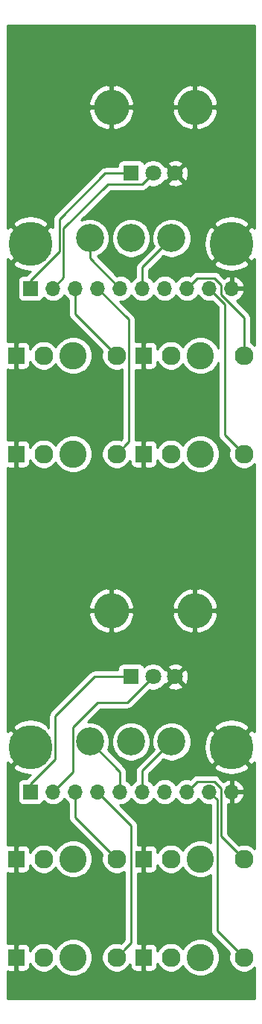
<source format=gbr>
G04 #@! TF.GenerationSoftware,KiCad,Pcbnew,(5.1.4-0-10_14)*
G04 #@! TF.CreationDate,2019-10-08T21:19:08-07:00*
G04 #@! TF.ProjectId,VCA_IO,5643415f-494f-42e6-9b69-6361645f7063,rev?*
G04 #@! TF.SameCoordinates,Original*
G04 #@! TF.FileFunction,Copper,L1,Top*
G04 #@! TF.FilePolarity,Positive*
%FSLAX46Y46*%
G04 Gerber Fmt 4.6, Leading zero omitted, Abs format (unit mm)*
G04 Created by KiCad (PCBNEW (5.1.4-0-10_14)) date 2019-10-08 21:19:08*
%MOMM*%
%LPD*%
G04 APERTURE LIST*
%ADD10R,1.800000X1.800000*%
%ADD11C,1.800000*%
%ADD12O,4.000000X4.000000*%
%ADD13C,2.130000*%
%ADD14R,1.830000X1.930000*%
%ADD15C,3.100000*%
%ADD16C,3.200000*%
%ADD17R,1.700000X1.700000*%
%ADD18O,1.700000X1.700000*%
%ADD19C,5.000000*%
%ADD20C,0.250000*%
%ADD21C,0.254000*%
G04 APERTURE END LIST*
D10*
X78740000Y-65686000D03*
D11*
X81240000Y-65686000D03*
X83740000Y-65686000D03*
D12*
X76490000Y-58186000D03*
X85990000Y-58186000D03*
D10*
X78740000Y-122836000D03*
D11*
X81240000Y-122836000D03*
X83740000Y-122836000D03*
D12*
X76490000Y-115336000D03*
X85990000Y-115336000D03*
D13*
X83264000Y-154686000D03*
D14*
X80164000Y-154686000D03*
D13*
X91564000Y-154686000D03*
D15*
X86614000Y-154686000D03*
X72136000Y-143510000D03*
D13*
X77086000Y-143510000D03*
D14*
X65686000Y-143510000D03*
D13*
X68786000Y-143510000D03*
D15*
X86614000Y-143510000D03*
D13*
X91564000Y-143510000D03*
D14*
X80164000Y-143510000D03*
D13*
X83264000Y-143510000D03*
X68786000Y-154686000D03*
D14*
X65686000Y-154686000D03*
D13*
X77086000Y-154686000D03*
D15*
X72136000Y-154686000D03*
D13*
X68786000Y-86360000D03*
D14*
X65686000Y-86360000D03*
D13*
X77086000Y-86360000D03*
D15*
X72136000Y-86360000D03*
X86614000Y-86360000D03*
D13*
X91564000Y-86360000D03*
D14*
X80164000Y-86360000D03*
D13*
X83264000Y-86360000D03*
D15*
X72136000Y-97536000D03*
D13*
X77086000Y-97536000D03*
D14*
X65686000Y-97536000D03*
D13*
X68786000Y-97536000D03*
X83264000Y-97536000D03*
D14*
X80164000Y-97536000D03*
D13*
X91564000Y-97536000D03*
D15*
X86614000Y-97536000D03*
D16*
X83340000Y-73025000D03*
X78740000Y-73025000D03*
X74040000Y-73025000D03*
X74040000Y-130175000D03*
X78740000Y-130175000D03*
X83340000Y-130175000D03*
D17*
X67310000Y-78740000D03*
D18*
X69850000Y-78740000D03*
X72390000Y-78740000D03*
X74930000Y-78740000D03*
X77470000Y-78740000D03*
X80010000Y-78740000D03*
X82550000Y-78740000D03*
X85090000Y-78740000D03*
X87630000Y-78740000D03*
X90170000Y-78740000D03*
X90170000Y-135890000D03*
X87630000Y-135890000D03*
X85090000Y-135890000D03*
X82550000Y-135890000D03*
X80010000Y-135890000D03*
X77470000Y-135890000D03*
X74930000Y-135890000D03*
X72390000Y-135890000D03*
X69850000Y-135890000D03*
D17*
X67310000Y-135890000D03*
D19*
X67310000Y-73660000D03*
X67310000Y-130810000D03*
X90170000Y-73660000D03*
X90170000Y-130810000D03*
D20*
X67310000Y-77841002D02*
X70612000Y-74539002D01*
X67310000Y-78740000D02*
X67310000Y-77841002D01*
X70612000Y-74539002D02*
X70612000Y-70866000D01*
X75792000Y-65686000D02*
X78740000Y-65686000D01*
X70612000Y-70866000D02*
X75792000Y-65686000D01*
X90499001Y-153621001D02*
X91564000Y-154686000D01*
X88544989Y-151666989D02*
X90499001Y-153621001D01*
X88544989Y-136804989D02*
X88544989Y-151666989D01*
X87630000Y-135890000D02*
X88544989Y-136804989D01*
X72390000Y-138814000D02*
X77086000Y-143510000D01*
X72390000Y-135890000D02*
X72390000Y-138814000D01*
X90499001Y-142445001D02*
X91564000Y-143510000D01*
X88994999Y-135515997D02*
X88994999Y-140940999D01*
X88194001Y-134714999D02*
X88994999Y-135515997D01*
X88994999Y-140940999D02*
X90499001Y-142445001D01*
X86265001Y-134714999D02*
X88194001Y-134714999D01*
X85090000Y-135890000D02*
X86265001Y-134714999D01*
X78150999Y-153621001D02*
X77086000Y-154686000D01*
X78740000Y-153032000D02*
X78150999Y-153621001D01*
X78740000Y-139700000D02*
X78740000Y-153032000D01*
X74930000Y-135890000D02*
X78740000Y-139700000D01*
X71062010Y-77527990D02*
X71062010Y-71939990D01*
X69850000Y-78740000D02*
X71062010Y-77527990D01*
X80014999Y-66911001D02*
X80340001Y-66585999D01*
X76090999Y-66911001D02*
X80014999Y-66911001D01*
X80340001Y-66585999D02*
X81240000Y-65686000D01*
X71062010Y-71939990D02*
X76090999Y-66911001D01*
X72390000Y-81664000D02*
X77086000Y-86360000D01*
X72390000Y-78740000D02*
X72390000Y-81664000D01*
X78150999Y-96471001D02*
X77086000Y-97536000D01*
X78476001Y-96145999D02*
X78150999Y-96471001D01*
X78476001Y-82286001D02*
X78476001Y-96145999D01*
X74930000Y-78740000D02*
X78476001Y-82286001D01*
X74040000Y-75310000D02*
X77470000Y-78740000D01*
X74040000Y-73025000D02*
X74040000Y-75310000D01*
X80010000Y-76355000D02*
X80010000Y-78740000D01*
X83340000Y-73025000D02*
X80010000Y-76355000D01*
X91564000Y-84853863D02*
X91564000Y-86360000D01*
X91564000Y-82037590D02*
X91564000Y-84853863D01*
X88994999Y-78326999D02*
X88994999Y-79468589D01*
X88232999Y-77564999D02*
X88994999Y-78326999D01*
X88994999Y-79468589D02*
X91564000Y-82037590D01*
X86265001Y-77564999D02*
X88232999Y-77564999D01*
X85090000Y-78740000D02*
X86265001Y-77564999D01*
X89408000Y-95380000D02*
X90499001Y-96471001D01*
X89408000Y-80518000D02*
X89408000Y-95380000D01*
X90499001Y-96471001D02*
X91564000Y-97536000D01*
X87630000Y-78740000D02*
X89408000Y-80518000D01*
X80010000Y-133505000D02*
X83340000Y-130175000D01*
X80010000Y-135890000D02*
X80010000Y-133505000D01*
X77470000Y-133605000D02*
X74040000Y-130175000D01*
X77470000Y-135890000D02*
X77470000Y-133605000D01*
X72114999Y-133625001D02*
X72114999Y-128545001D01*
X69850000Y-135890000D02*
X72114999Y-133625001D01*
X72114999Y-128545001D02*
X74930000Y-125730000D01*
X78346000Y-125730000D02*
X81240000Y-122836000D01*
X74930000Y-125730000D02*
X78346000Y-125730000D01*
X70135001Y-132166001D02*
X70135001Y-127285001D01*
X67310000Y-134991002D02*
X70135001Y-132166001D01*
X67310000Y-135890000D02*
X67310000Y-134991002D01*
X74584002Y-122836000D02*
X78740000Y-122836000D01*
X70135001Y-127285001D02*
X74584002Y-122836000D01*
D21*
G36*
X92812000Y-71951695D02*
G01*
X92791118Y-71912627D01*
X92373148Y-71636457D01*
X90349605Y-73660000D01*
X92373148Y-75683543D01*
X92791118Y-75407373D01*
X92812000Y-75368206D01*
X92812000Y-85203836D01*
X92647687Y-85039523D01*
X92369252Y-84853479D01*
X92324000Y-84834735D01*
X92324000Y-82074912D01*
X92327676Y-82037589D01*
X92324000Y-82000266D01*
X92324000Y-82000257D01*
X92313003Y-81888604D01*
X92269546Y-81745343D01*
X92226067Y-81664000D01*
X92198974Y-81613313D01*
X92127799Y-81526587D01*
X92104001Y-81497589D01*
X92075004Y-81473792D01*
X90717408Y-80116197D01*
X90936920Y-80011641D01*
X91170269Y-79837588D01*
X91365178Y-79621355D01*
X91514157Y-79371252D01*
X91611481Y-79096891D01*
X91490814Y-78867000D01*
X90297000Y-78867000D01*
X90297000Y-78887000D01*
X90043000Y-78887000D01*
X90043000Y-78867000D01*
X90023000Y-78867000D01*
X90023000Y-78613000D01*
X90043000Y-78613000D01*
X90043000Y-77419845D01*
X90297000Y-77419845D01*
X90297000Y-78613000D01*
X91490814Y-78613000D01*
X91611481Y-78383109D01*
X91514157Y-78108748D01*
X91365178Y-77858645D01*
X91170269Y-77642412D01*
X90936920Y-77468359D01*
X90674099Y-77343175D01*
X90526890Y-77298524D01*
X90297000Y-77419845D01*
X90043000Y-77419845D01*
X89813110Y-77298524D01*
X89665901Y-77343175D01*
X89403080Y-77468359D01*
X89293154Y-77550352D01*
X88796802Y-77054001D01*
X88773000Y-77024998D01*
X88657275Y-76930025D01*
X88525246Y-76859453D01*
X88381985Y-76815996D01*
X88270332Y-76804999D01*
X88270321Y-76804999D01*
X88232999Y-76801323D01*
X88195677Y-76804999D01*
X86302323Y-76804999D01*
X86265000Y-76801323D01*
X86227677Y-76804999D01*
X86227668Y-76804999D01*
X86116015Y-76815996D01*
X85972754Y-76859453D01*
X85840725Y-76930025D01*
X85725000Y-77024998D01*
X85701202Y-77053996D01*
X85455995Y-77299203D01*
X85381111Y-77276487D01*
X85162950Y-77255000D01*
X85017050Y-77255000D01*
X84798889Y-77276487D01*
X84518966Y-77361401D01*
X84260986Y-77499294D01*
X84034866Y-77684866D01*
X83849294Y-77910986D01*
X83820000Y-77965791D01*
X83790706Y-77910986D01*
X83605134Y-77684866D01*
X83379014Y-77499294D01*
X83121034Y-77361401D01*
X82841111Y-77276487D01*
X82622950Y-77255000D01*
X82477050Y-77255000D01*
X82258889Y-77276487D01*
X81978966Y-77361401D01*
X81720986Y-77499294D01*
X81494866Y-77684866D01*
X81309294Y-77910986D01*
X81280000Y-77965791D01*
X81250706Y-77910986D01*
X81065134Y-77684866D01*
X80839014Y-77499294D01*
X80770000Y-77462405D01*
X80770000Y-76669801D01*
X81576653Y-75863148D01*
X88146457Y-75863148D01*
X88422627Y-76281118D01*
X88967557Y-76571649D01*
X89558696Y-76750287D01*
X90173328Y-76810168D01*
X90787831Y-76748990D01*
X91378592Y-76569103D01*
X91917373Y-76281118D01*
X92193543Y-75863148D01*
X90170000Y-73839605D01*
X88146457Y-75863148D01*
X81576653Y-75863148D01*
X82389405Y-75050397D01*
X82688075Y-75174110D01*
X83119872Y-75260000D01*
X83560128Y-75260000D01*
X83991925Y-75174110D01*
X84398669Y-75005631D01*
X84764729Y-74761038D01*
X85076038Y-74449729D01*
X85320631Y-74083669D01*
X85489110Y-73676925D01*
X85491814Y-73663328D01*
X87019832Y-73663328D01*
X87081010Y-74277831D01*
X87260897Y-74868592D01*
X87548882Y-75407373D01*
X87966852Y-75683543D01*
X89990395Y-73660000D01*
X87966852Y-71636457D01*
X87548882Y-71912627D01*
X87258351Y-72457557D01*
X87079713Y-73048696D01*
X87019832Y-73663328D01*
X85491814Y-73663328D01*
X85575000Y-73245128D01*
X85575000Y-72804872D01*
X85489110Y-72373075D01*
X85320631Y-71966331D01*
X85076038Y-71600271D01*
X84932619Y-71456852D01*
X88146457Y-71456852D01*
X90170000Y-73480395D01*
X92193543Y-71456852D01*
X91917373Y-71038882D01*
X91372443Y-70748351D01*
X90781304Y-70569713D01*
X90166672Y-70509832D01*
X89552169Y-70571010D01*
X88961408Y-70750897D01*
X88422627Y-71038882D01*
X88146457Y-71456852D01*
X84932619Y-71456852D01*
X84764729Y-71288962D01*
X84398669Y-71044369D01*
X83991925Y-70875890D01*
X83560128Y-70790000D01*
X83119872Y-70790000D01*
X82688075Y-70875890D01*
X82281331Y-71044369D01*
X81915271Y-71288962D01*
X81603962Y-71600271D01*
X81359369Y-71966331D01*
X81190890Y-72373075D01*
X81105000Y-72804872D01*
X81105000Y-73245128D01*
X81190890Y-73676925D01*
X81314603Y-73975595D01*
X79499003Y-75791196D01*
X79469999Y-75814999D01*
X79441274Y-75850001D01*
X79375026Y-75930724D01*
X79306459Y-76059003D01*
X79304454Y-76062754D01*
X79260997Y-76206015D01*
X79250000Y-76317668D01*
X79250000Y-76317678D01*
X79246324Y-76355000D01*
X79250000Y-76392323D01*
X79250000Y-77462405D01*
X79180986Y-77499294D01*
X78954866Y-77684866D01*
X78769294Y-77910986D01*
X78740000Y-77965791D01*
X78710706Y-77910986D01*
X78525134Y-77684866D01*
X78299014Y-77499294D01*
X78041034Y-77361401D01*
X77761111Y-77276487D01*
X77542950Y-77255000D01*
X77397050Y-77255000D01*
X77178889Y-77276487D01*
X77104005Y-77299203D01*
X74894855Y-75090054D01*
X75098669Y-75005631D01*
X75464729Y-74761038D01*
X75776038Y-74449729D01*
X76020631Y-74083669D01*
X76189110Y-73676925D01*
X76275000Y-73245128D01*
X76275000Y-72804872D01*
X76505000Y-72804872D01*
X76505000Y-73245128D01*
X76590890Y-73676925D01*
X76759369Y-74083669D01*
X77003962Y-74449729D01*
X77315271Y-74761038D01*
X77681331Y-75005631D01*
X78088075Y-75174110D01*
X78519872Y-75260000D01*
X78960128Y-75260000D01*
X79391925Y-75174110D01*
X79798669Y-75005631D01*
X80164729Y-74761038D01*
X80476038Y-74449729D01*
X80720631Y-74083669D01*
X80889110Y-73676925D01*
X80975000Y-73245128D01*
X80975000Y-72804872D01*
X80889110Y-72373075D01*
X80720631Y-71966331D01*
X80476038Y-71600271D01*
X80164729Y-71288962D01*
X79798669Y-71044369D01*
X79391925Y-70875890D01*
X78960128Y-70790000D01*
X78519872Y-70790000D01*
X78088075Y-70875890D01*
X77681331Y-71044369D01*
X77315271Y-71288962D01*
X77003962Y-71600271D01*
X76759369Y-71966331D01*
X76590890Y-72373075D01*
X76505000Y-72804872D01*
X76275000Y-72804872D01*
X76189110Y-72373075D01*
X76020631Y-71966331D01*
X75776038Y-71600271D01*
X75464729Y-71288962D01*
X75098669Y-71044369D01*
X74691925Y-70875890D01*
X74260128Y-70790000D01*
X73819872Y-70790000D01*
X73388075Y-70875890D01*
X73068567Y-71008235D01*
X76405802Y-67671001D01*
X79977677Y-67671001D01*
X80014999Y-67674677D01*
X80052321Y-67671001D01*
X80052332Y-67671001D01*
X80163985Y-67660004D01*
X80307246Y-67616547D01*
X80439275Y-67545975D01*
X80555000Y-67451002D01*
X80578803Y-67421998D01*
X80831070Y-67169731D01*
X81088816Y-67221000D01*
X81391184Y-67221000D01*
X81687743Y-67162011D01*
X81967095Y-67046299D01*
X82218505Y-66878312D01*
X82346737Y-66750080D01*
X82855525Y-66750080D01*
X82939208Y-67004261D01*
X83211775Y-67135158D01*
X83504642Y-67210365D01*
X83806553Y-67226991D01*
X84105907Y-67184397D01*
X84391199Y-67084222D01*
X84540792Y-67004261D01*
X84624475Y-66750080D01*
X83740000Y-65865605D01*
X82855525Y-66750080D01*
X82346737Y-66750080D01*
X82432312Y-66664505D01*
X82527738Y-66521690D01*
X82675920Y-66570475D01*
X83560395Y-65686000D01*
X83919605Y-65686000D01*
X84804080Y-66570475D01*
X85058261Y-66486792D01*
X85189158Y-66214225D01*
X85264365Y-65921358D01*
X85280991Y-65619447D01*
X85238397Y-65320093D01*
X85138222Y-65034801D01*
X85058261Y-64885208D01*
X84804080Y-64801525D01*
X83919605Y-65686000D01*
X83560395Y-65686000D01*
X82675920Y-64801525D01*
X82527738Y-64850310D01*
X82432312Y-64707495D01*
X82346737Y-64621920D01*
X82855525Y-64621920D01*
X83740000Y-65506395D01*
X84624475Y-64621920D01*
X84540792Y-64367739D01*
X84268225Y-64236842D01*
X83975358Y-64161635D01*
X83673447Y-64145009D01*
X83374093Y-64187603D01*
X83088801Y-64287778D01*
X82939208Y-64367739D01*
X82855525Y-64621920D01*
X82346737Y-64621920D01*
X82218505Y-64493688D01*
X81967095Y-64325701D01*
X81687743Y-64209989D01*
X81391184Y-64151000D01*
X81088816Y-64151000D01*
X80792257Y-64209989D01*
X80512905Y-64325701D01*
X80261495Y-64493688D01*
X80223880Y-64531303D01*
X80170537Y-64431506D01*
X80091185Y-64334815D01*
X79994494Y-64255463D01*
X79884180Y-64196498D01*
X79764482Y-64160188D01*
X79640000Y-64147928D01*
X77840000Y-64147928D01*
X77715518Y-64160188D01*
X77595820Y-64196498D01*
X77485506Y-64255463D01*
X77388815Y-64334815D01*
X77309463Y-64431506D01*
X77250498Y-64541820D01*
X77214188Y-64661518D01*
X77201928Y-64786000D01*
X77201928Y-64926000D01*
X75829322Y-64926000D01*
X75791999Y-64922324D01*
X75754676Y-64926000D01*
X75754667Y-64926000D01*
X75643014Y-64936997D01*
X75499753Y-64980454D01*
X75367724Y-65051026D01*
X75251999Y-65145999D01*
X75228201Y-65174997D01*
X70100998Y-70302201D01*
X70072000Y-70325999D01*
X70048202Y-70354997D01*
X70048201Y-70354998D01*
X69977026Y-70441724D01*
X69906454Y-70573754D01*
X69862998Y-70717015D01*
X69848324Y-70866000D01*
X69852001Y-70903332D01*
X69852001Y-71860351D01*
X69513148Y-71636457D01*
X67489605Y-73660000D01*
X67503748Y-73674143D01*
X67324143Y-73853748D01*
X67310000Y-73839605D01*
X65286457Y-75863148D01*
X65562627Y-76281118D01*
X66107557Y-76571649D01*
X66698696Y-76750287D01*
X67270232Y-76805969D01*
X66824273Y-77251928D01*
X66460000Y-77251928D01*
X66335518Y-77264188D01*
X66215820Y-77300498D01*
X66105506Y-77359463D01*
X66008815Y-77438815D01*
X65929463Y-77535506D01*
X65870498Y-77645820D01*
X65834188Y-77765518D01*
X65821928Y-77890000D01*
X65821928Y-79590000D01*
X65834188Y-79714482D01*
X65870498Y-79834180D01*
X65929463Y-79944494D01*
X66008815Y-80041185D01*
X66105506Y-80120537D01*
X66215820Y-80179502D01*
X66335518Y-80215812D01*
X66460000Y-80228072D01*
X68160000Y-80228072D01*
X68284482Y-80215812D01*
X68404180Y-80179502D01*
X68514494Y-80120537D01*
X68611185Y-80041185D01*
X68690537Y-79944494D01*
X68749502Y-79834180D01*
X68770393Y-79765313D01*
X68794866Y-79795134D01*
X69020986Y-79980706D01*
X69278966Y-80118599D01*
X69558889Y-80203513D01*
X69777050Y-80225000D01*
X69922950Y-80225000D01*
X70141111Y-80203513D01*
X70421034Y-80118599D01*
X70679014Y-79980706D01*
X70905134Y-79795134D01*
X71090706Y-79569014D01*
X71120000Y-79514209D01*
X71149294Y-79569014D01*
X71334866Y-79795134D01*
X71560986Y-79980706D01*
X71630000Y-80017595D01*
X71630001Y-81626668D01*
X71626324Y-81664000D01*
X71630001Y-81701333D01*
X71637257Y-81774998D01*
X71640998Y-81812985D01*
X71684454Y-81956246D01*
X71755026Y-82088276D01*
X71826201Y-82175002D01*
X71850000Y-82204001D01*
X71878998Y-82227799D01*
X75470074Y-85818876D01*
X75451330Y-85864128D01*
X75386000Y-86192565D01*
X75386000Y-86527435D01*
X75451330Y-86855872D01*
X75579479Y-87165252D01*
X75765523Y-87443687D01*
X76002313Y-87680477D01*
X76280748Y-87866521D01*
X76590128Y-87994670D01*
X76918565Y-88060000D01*
X77253435Y-88060000D01*
X77581872Y-87994670D01*
X77716001Y-87939112D01*
X77716002Y-95831197D01*
X77640002Y-95907197D01*
X77639996Y-95907202D01*
X77627124Y-95920074D01*
X77581872Y-95901330D01*
X77253435Y-95836000D01*
X76918565Y-95836000D01*
X76590128Y-95901330D01*
X76280748Y-96029479D01*
X76002313Y-96215523D01*
X75765523Y-96452313D01*
X75579479Y-96730748D01*
X75451330Y-97040128D01*
X75386000Y-97368565D01*
X75386000Y-97703435D01*
X75451330Y-98031872D01*
X75579479Y-98341252D01*
X75765523Y-98619687D01*
X76002313Y-98856477D01*
X76280748Y-99042521D01*
X76590128Y-99170670D01*
X76918565Y-99236000D01*
X77253435Y-99236000D01*
X77581872Y-99170670D01*
X77891252Y-99042521D01*
X78169687Y-98856477D01*
X78406477Y-98619687D01*
X78592521Y-98341252D01*
X78611862Y-98294559D01*
X78610928Y-98501000D01*
X78623188Y-98625482D01*
X78659498Y-98745180D01*
X78718463Y-98855494D01*
X78797815Y-98952185D01*
X78894506Y-99031537D01*
X79004820Y-99090502D01*
X79124518Y-99126812D01*
X79249000Y-99139072D01*
X79878250Y-99136000D01*
X80037000Y-98977250D01*
X80037000Y-97663000D01*
X80017000Y-97663000D01*
X80017000Y-97409000D01*
X80037000Y-97409000D01*
X80037000Y-96094750D01*
X80291000Y-96094750D01*
X80291000Y-97409000D01*
X80311000Y-97409000D01*
X80311000Y-97663000D01*
X80291000Y-97663000D01*
X80291000Y-98977250D01*
X80449750Y-99136000D01*
X81079000Y-99139072D01*
X81203482Y-99126812D01*
X81323180Y-99090502D01*
X81433494Y-99031537D01*
X81530185Y-98952185D01*
X81609537Y-98855494D01*
X81668502Y-98745180D01*
X81704812Y-98625482D01*
X81717072Y-98501000D01*
X81715895Y-98240860D01*
X81757479Y-98341252D01*
X81943523Y-98619687D01*
X82180313Y-98856477D01*
X82458748Y-99042521D01*
X82768128Y-99170670D01*
X83096565Y-99236000D01*
X83431435Y-99236000D01*
X83759872Y-99170670D01*
X84069252Y-99042521D01*
X84347687Y-98856477D01*
X84584477Y-98619687D01*
X84654465Y-98514943D01*
X84677678Y-98570985D01*
X84916800Y-98928856D01*
X85221144Y-99233200D01*
X85579015Y-99472322D01*
X85976659Y-99637031D01*
X86398796Y-99721000D01*
X86829204Y-99721000D01*
X87251341Y-99637031D01*
X87648985Y-99472322D01*
X88006856Y-99233200D01*
X88311200Y-98928856D01*
X88550322Y-98570985D01*
X88715031Y-98173341D01*
X88799000Y-97751204D01*
X88799000Y-97320796D01*
X88715031Y-96898659D01*
X88550322Y-96501015D01*
X88311200Y-96143144D01*
X88006856Y-95838800D01*
X87648985Y-95599678D01*
X87251341Y-95434969D01*
X86829204Y-95351000D01*
X86398796Y-95351000D01*
X85976659Y-95434969D01*
X85579015Y-95599678D01*
X85221144Y-95838800D01*
X84916800Y-96143144D01*
X84677678Y-96501015D01*
X84654465Y-96557057D01*
X84584477Y-96452313D01*
X84347687Y-96215523D01*
X84069252Y-96029479D01*
X83759872Y-95901330D01*
X83431435Y-95836000D01*
X83096565Y-95836000D01*
X82768128Y-95901330D01*
X82458748Y-96029479D01*
X82180313Y-96215523D01*
X81943523Y-96452313D01*
X81757479Y-96730748D01*
X81715895Y-96831140D01*
X81717072Y-96571000D01*
X81704812Y-96446518D01*
X81668502Y-96326820D01*
X81609537Y-96216506D01*
X81530185Y-96119815D01*
X81433494Y-96040463D01*
X81323180Y-95981498D01*
X81203482Y-95945188D01*
X81079000Y-95932928D01*
X80449750Y-95936000D01*
X80291000Y-96094750D01*
X80037000Y-96094750D01*
X79878250Y-95936000D01*
X79249000Y-95932928D01*
X79236001Y-95934208D01*
X79236001Y-87961792D01*
X79249000Y-87963072D01*
X79878250Y-87960000D01*
X80037000Y-87801250D01*
X80037000Y-86487000D01*
X80017000Y-86487000D01*
X80017000Y-86233000D01*
X80037000Y-86233000D01*
X80037000Y-84918750D01*
X79878250Y-84760000D01*
X79249000Y-84756928D01*
X79236001Y-84758208D01*
X79236001Y-82323326D01*
X79239677Y-82286001D01*
X79236001Y-82248676D01*
X79236001Y-82248668D01*
X79225004Y-82137015D01*
X79181547Y-81993754D01*
X79110975Y-81861725D01*
X79016002Y-81746000D01*
X78987005Y-81722203D01*
X77489802Y-80225000D01*
X77542950Y-80225000D01*
X77761111Y-80203513D01*
X78041034Y-80118599D01*
X78299014Y-79980706D01*
X78525134Y-79795134D01*
X78710706Y-79569014D01*
X78740000Y-79514209D01*
X78769294Y-79569014D01*
X78954866Y-79795134D01*
X79180986Y-79980706D01*
X79438966Y-80118599D01*
X79718889Y-80203513D01*
X79937050Y-80225000D01*
X80082950Y-80225000D01*
X80301111Y-80203513D01*
X80581034Y-80118599D01*
X80839014Y-79980706D01*
X81065134Y-79795134D01*
X81250706Y-79569014D01*
X81280000Y-79514209D01*
X81309294Y-79569014D01*
X81494866Y-79795134D01*
X81720986Y-79980706D01*
X81978966Y-80118599D01*
X82258889Y-80203513D01*
X82477050Y-80225000D01*
X82622950Y-80225000D01*
X82841111Y-80203513D01*
X83121034Y-80118599D01*
X83379014Y-79980706D01*
X83605134Y-79795134D01*
X83790706Y-79569014D01*
X83820000Y-79514209D01*
X83849294Y-79569014D01*
X84034866Y-79795134D01*
X84260986Y-79980706D01*
X84518966Y-80118599D01*
X84798889Y-80203513D01*
X85017050Y-80225000D01*
X85162950Y-80225000D01*
X85381111Y-80203513D01*
X85661034Y-80118599D01*
X85919014Y-79980706D01*
X86145134Y-79795134D01*
X86330706Y-79569014D01*
X86360000Y-79514209D01*
X86389294Y-79569014D01*
X86574866Y-79795134D01*
X86800986Y-79980706D01*
X87058966Y-80118599D01*
X87338889Y-80203513D01*
X87557050Y-80225000D01*
X87702950Y-80225000D01*
X87921111Y-80203513D01*
X87995995Y-80180797D01*
X88648000Y-80832802D01*
X88648000Y-85560832D01*
X88550322Y-85325015D01*
X88311200Y-84967144D01*
X88006856Y-84662800D01*
X87648985Y-84423678D01*
X87251341Y-84258969D01*
X86829204Y-84175000D01*
X86398796Y-84175000D01*
X85976659Y-84258969D01*
X85579015Y-84423678D01*
X85221144Y-84662800D01*
X84916800Y-84967144D01*
X84677678Y-85325015D01*
X84654465Y-85381057D01*
X84584477Y-85276313D01*
X84347687Y-85039523D01*
X84069252Y-84853479D01*
X83759872Y-84725330D01*
X83431435Y-84660000D01*
X83096565Y-84660000D01*
X82768128Y-84725330D01*
X82458748Y-84853479D01*
X82180313Y-85039523D01*
X81943523Y-85276313D01*
X81757479Y-85554748D01*
X81715895Y-85655140D01*
X81717072Y-85395000D01*
X81704812Y-85270518D01*
X81668502Y-85150820D01*
X81609537Y-85040506D01*
X81530185Y-84943815D01*
X81433494Y-84864463D01*
X81323180Y-84805498D01*
X81203482Y-84769188D01*
X81079000Y-84756928D01*
X80449750Y-84760000D01*
X80291000Y-84918750D01*
X80291000Y-86233000D01*
X80311000Y-86233000D01*
X80311000Y-86487000D01*
X80291000Y-86487000D01*
X80291000Y-87801250D01*
X80449750Y-87960000D01*
X81079000Y-87963072D01*
X81203482Y-87950812D01*
X81323180Y-87914502D01*
X81433494Y-87855537D01*
X81530185Y-87776185D01*
X81609537Y-87679494D01*
X81668502Y-87569180D01*
X81704812Y-87449482D01*
X81717072Y-87325000D01*
X81715895Y-87064860D01*
X81757479Y-87165252D01*
X81943523Y-87443687D01*
X82180313Y-87680477D01*
X82458748Y-87866521D01*
X82768128Y-87994670D01*
X83096565Y-88060000D01*
X83431435Y-88060000D01*
X83759872Y-87994670D01*
X84069252Y-87866521D01*
X84347687Y-87680477D01*
X84584477Y-87443687D01*
X84654465Y-87338943D01*
X84677678Y-87394985D01*
X84916800Y-87752856D01*
X85221144Y-88057200D01*
X85579015Y-88296322D01*
X85976659Y-88461031D01*
X86398796Y-88545000D01*
X86829204Y-88545000D01*
X87251341Y-88461031D01*
X87648985Y-88296322D01*
X88006856Y-88057200D01*
X88311200Y-87752856D01*
X88550322Y-87394985D01*
X88648000Y-87159168D01*
X88648001Y-95342668D01*
X88644324Y-95380000D01*
X88658998Y-95528985D01*
X88702454Y-95672246D01*
X88773026Y-95804276D01*
X88844201Y-95891002D01*
X88868000Y-95920001D01*
X88896998Y-95943799D01*
X89948074Y-96994877D01*
X89929330Y-97040128D01*
X89864000Y-97368565D01*
X89864000Y-97703435D01*
X89929330Y-98031872D01*
X90057479Y-98341252D01*
X90243523Y-98619687D01*
X90480313Y-98856477D01*
X90758748Y-99042521D01*
X91068128Y-99170670D01*
X91396565Y-99236000D01*
X91731435Y-99236000D01*
X92059872Y-99170670D01*
X92369252Y-99042521D01*
X92647687Y-98856477D01*
X92812000Y-98692164D01*
X92812001Y-129101696D01*
X92791118Y-129062627D01*
X92373148Y-128786457D01*
X90349605Y-130810000D01*
X92373148Y-132833543D01*
X92791118Y-132557373D01*
X92812001Y-132518205D01*
X92812001Y-142353837D01*
X92647687Y-142189523D01*
X92369252Y-142003479D01*
X92059872Y-141875330D01*
X91731435Y-141810000D01*
X91396565Y-141810000D01*
X91068128Y-141875330D01*
X91022876Y-141894074D01*
X89754999Y-140626198D01*
X89754999Y-137313850D01*
X89813110Y-137331476D01*
X90043000Y-137210155D01*
X90043000Y-136017000D01*
X90297000Y-136017000D01*
X90297000Y-137210155D01*
X90526890Y-137331476D01*
X90674099Y-137286825D01*
X90936920Y-137161641D01*
X91170269Y-136987588D01*
X91365178Y-136771355D01*
X91514157Y-136521252D01*
X91611481Y-136246891D01*
X91490814Y-136017000D01*
X90297000Y-136017000D01*
X90043000Y-136017000D01*
X90023000Y-136017000D01*
X90023000Y-135763000D01*
X90043000Y-135763000D01*
X90043000Y-134569845D01*
X90297000Y-134569845D01*
X90297000Y-135763000D01*
X91490814Y-135763000D01*
X91611481Y-135533109D01*
X91514157Y-135258748D01*
X91365178Y-135008645D01*
X91170269Y-134792412D01*
X90936920Y-134618359D01*
X90674099Y-134493175D01*
X90526890Y-134448524D01*
X90297000Y-134569845D01*
X90043000Y-134569845D01*
X89813110Y-134448524D01*
X89665901Y-134493175D01*
X89403080Y-134618359D01*
X89270817Y-134717013D01*
X88757804Y-134204001D01*
X88734002Y-134174998D01*
X88618277Y-134080025D01*
X88486248Y-134009453D01*
X88342987Y-133965996D01*
X88231334Y-133954999D01*
X88231323Y-133954999D01*
X88194001Y-133951323D01*
X88156679Y-133954999D01*
X86302323Y-133954999D01*
X86265000Y-133951323D01*
X86227677Y-133954999D01*
X86227668Y-133954999D01*
X86116015Y-133965996D01*
X85972754Y-134009453D01*
X85840725Y-134080025D01*
X85725000Y-134174998D01*
X85701202Y-134203996D01*
X85455995Y-134449203D01*
X85381111Y-134426487D01*
X85162950Y-134405000D01*
X85017050Y-134405000D01*
X84798889Y-134426487D01*
X84518966Y-134511401D01*
X84260986Y-134649294D01*
X84034866Y-134834866D01*
X83849294Y-135060986D01*
X83820000Y-135115791D01*
X83790706Y-135060986D01*
X83605134Y-134834866D01*
X83379014Y-134649294D01*
X83121034Y-134511401D01*
X82841111Y-134426487D01*
X82622950Y-134405000D01*
X82477050Y-134405000D01*
X82258889Y-134426487D01*
X81978966Y-134511401D01*
X81720986Y-134649294D01*
X81494866Y-134834866D01*
X81309294Y-135060986D01*
X81280000Y-135115791D01*
X81250706Y-135060986D01*
X81065134Y-134834866D01*
X80839014Y-134649294D01*
X80770000Y-134612405D01*
X80770000Y-133819801D01*
X81576653Y-133013148D01*
X88146457Y-133013148D01*
X88422627Y-133431118D01*
X88967557Y-133721649D01*
X89558696Y-133900287D01*
X90173328Y-133960168D01*
X90787831Y-133898990D01*
X91378592Y-133719103D01*
X91917373Y-133431118D01*
X92193543Y-133013148D01*
X90170000Y-130989605D01*
X88146457Y-133013148D01*
X81576653Y-133013148D01*
X82389405Y-132200397D01*
X82688075Y-132324110D01*
X83119872Y-132410000D01*
X83560128Y-132410000D01*
X83991925Y-132324110D01*
X84398669Y-132155631D01*
X84764729Y-131911038D01*
X85076038Y-131599729D01*
X85320631Y-131233669D01*
X85489110Y-130826925D01*
X85491814Y-130813328D01*
X87019832Y-130813328D01*
X87081010Y-131427831D01*
X87260897Y-132018592D01*
X87548882Y-132557373D01*
X87966852Y-132833543D01*
X89990395Y-130810000D01*
X87966852Y-128786457D01*
X87548882Y-129062627D01*
X87258351Y-129607557D01*
X87079713Y-130198696D01*
X87019832Y-130813328D01*
X85491814Y-130813328D01*
X85575000Y-130395128D01*
X85575000Y-129954872D01*
X85489110Y-129523075D01*
X85320631Y-129116331D01*
X85076038Y-128750271D01*
X84932619Y-128606852D01*
X88146457Y-128606852D01*
X90170000Y-130630395D01*
X92193543Y-128606852D01*
X91917373Y-128188882D01*
X91372443Y-127898351D01*
X90781304Y-127719713D01*
X90166672Y-127659832D01*
X89552169Y-127721010D01*
X88961408Y-127900897D01*
X88422627Y-128188882D01*
X88146457Y-128606852D01*
X84932619Y-128606852D01*
X84764729Y-128438962D01*
X84398669Y-128194369D01*
X83991925Y-128025890D01*
X83560128Y-127940000D01*
X83119872Y-127940000D01*
X82688075Y-128025890D01*
X82281331Y-128194369D01*
X81915271Y-128438962D01*
X81603962Y-128750271D01*
X81359369Y-129116331D01*
X81190890Y-129523075D01*
X81105000Y-129954872D01*
X81105000Y-130395128D01*
X81190890Y-130826925D01*
X81314603Y-131125595D01*
X79498998Y-132941201D01*
X79470000Y-132964999D01*
X79446202Y-132993997D01*
X79446201Y-132993998D01*
X79375026Y-133080724D01*
X79304454Y-133212754D01*
X79274180Y-133312558D01*
X79268054Y-133332755D01*
X79260998Y-133356015D01*
X79246324Y-133505000D01*
X79250001Y-133542332D01*
X79250001Y-134612405D01*
X79180986Y-134649294D01*
X78954866Y-134834866D01*
X78769294Y-135060986D01*
X78740000Y-135115791D01*
X78710706Y-135060986D01*
X78525134Y-134834866D01*
X78299014Y-134649294D01*
X78230000Y-134612405D01*
X78230000Y-133642333D01*
X78233677Y-133605000D01*
X78219003Y-133456014D01*
X78175546Y-133312753D01*
X78104974Y-133180724D01*
X78033799Y-133093997D01*
X78010001Y-133064999D01*
X77981003Y-133041201D01*
X76065397Y-131125595D01*
X76189110Y-130826925D01*
X76275000Y-130395128D01*
X76275000Y-129954872D01*
X76505000Y-129954872D01*
X76505000Y-130395128D01*
X76590890Y-130826925D01*
X76759369Y-131233669D01*
X77003962Y-131599729D01*
X77315271Y-131911038D01*
X77681331Y-132155631D01*
X78088075Y-132324110D01*
X78519872Y-132410000D01*
X78960128Y-132410000D01*
X79391925Y-132324110D01*
X79798669Y-132155631D01*
X80164729Y-131911038D01*
X80476038Y-131599729D01*
X80720631Y-131233669D01*
X80889110Y-130826925D01*
X80975000Y-130395128D01*
X80975000Y-129954872D01*
X80889110Y-129523075D01*
X80720631Y-129116331D01*
X80476038Y-128750271D01*
X80164729Y-128438962D01*
X79798669Y-128194369D01*
X79391925Y-128025890D01*
X78960128Y-127940000D01*
X78519872Y-127940000D01*
X78088075Y-128025890D01*
X77681331Y-128194369D01*
X77315271Y-128438962D01*
X77003962Y-128750271D01*
X76759369Y-129116331D01*
X76590890Y-129523075D01*
X76505000Y-129954872D01*
X76275000Y-129954872D01*
X76189110Y-129523075D01*
X76020631Y-129116331D01*
X75776038Y-128750271D01*
X75464729Y-128438962D01*
X75098669Y-128194369D01*
X74691925Y-128025890D01*
X74260128Y-127940000D01*
X73819872Y-127940000D01*
X73788576Y-127946225D01*
X75244802Y-126490000D01*
X78308678Y-126490000D01*
X78346000Y-126493676D01*
X78383322Y-126490000D01*
X78383333Y-126490000D01*
X78494986Y-126479003D01*
X78638247Y-126435546D01*
X78770276Y-126364974D01*
X78886001Y-126270001D01*
X78909804Y-126240997D01*
X80831070Y-124319731D01*
X81088816Y-124371000D01*
X81391184Y-124371000D01*
X81687743Y-124312011D01*
X81967095Y-124196299D01*
X82218505Y-124028312D01*
X82346737Y-123900080D01*
X82855525Y-123900080D01*
X82939208Y-124154261D01*
X83211775Y-124285158D01*
X83504642Y-124360365D01*
X83806553Y-124376991D01*
X84105907Y-124334397D01*
X84391199Y-124234222D01*
X84540792Y-124154261D01*
X84624475Y-123900080D01*
X83740000Y-123015605D01*
X82855525Y-123900080D01*
X82346737Y-123900080D01*
X82432312Y-123814505D01*
X82527738Y-123671690D01*
X82675920Y-123720475D01*
X83560395Y-122836000D01*
X83919605Y-122836000D01*
X84804080Y-123720475D01*
X85058261Y-123636792D01*
X85189158Y-123364225D01*
X85264365Y-123071358D01*
X85280991Y-122769447D01*
X85238397Y-122470093D01*
X85138222Y-122184801D01*
X85058261Y-122035208D01*
X84804080Y-121951525D01*
X83919605Y-122836000D01*
X83560395Y-122836000D01*
X82675920Y-121951525D01*
X82527738Y-122000310D01*
X82432312Y-121857495D01*
X82346737Y-121771920D01*
X82855525Y-121771920D01*
X83740000Y-122656395D01*
X84624475Y-121771920D01*
X84540792Y-121517739D01*
X84268225Y-121386842D01*
X83975358Y-121311635D01*
X83673447Y-121295009D01*
X83374093Y-121337603D01*
X83088801Y-121437778D01*
X82939208Y-121517739D01*
X82855525Y-121771920D01*
X82346737Y-121771920D01*
X82218505Y-121643688D01*
X81967095Y-121475701D01*
X81687743Y-121359989D01*
X81391184Y-121301000D01*
X81088816Y-121301000D01*
X80792257Y-121359989D01*
X80512905Y-121475701D01*
X80261495Y-121643688D01*
X80223880Y-121681303D01*
X80170537Y-121581506D01*
X80091185Y-121484815D01*
X79994494Y-121405463D01*
X79884180Y-121346498D01*
X79764482Y-121310188D01*
X79640000Y-121297928D01*
X77840000Y-121297928D01*
X77715518Y-121310188D01*
X77595820Y-121346498D01*
X77485506Y-121405463D01*
X77388815Y-121484815D01*
X77309463Y-121581506D01*
X77250498Y-121691820D01*
X77214188Y-121811518D01*
X77201928Y-121936000D01*
X77201928Y-122076000D01*
X74621335Y-122076000D01*
X74584002Y-122072323D01*
X74546669Y-122076000D01*
X74435016Y-122086997D01*
X74291755Y-122130454D01*
X74159726Y-122201026D01*
X74044001Y-122295999D01*
X74020203Y-122324997D01*
X69623999Y-126721202D01*
X69595001Y-126745000D01*
X69571203Y-126773998D01*
X69571202Y-126773999D01*
X69500027Y-126860725D01*
X69429455Y-126992755D01*
X69385999Y-127136016D01*
X69371325Y-127285001D01*
X69375002Y-127322333D01*
X69375002Y-128565390D01*
X69333542Y-128606850D01*
X69057373Y-128188882D01*
X68512443Y-127898351D01*
X67921304Y-127719713D01*
X67306672Y-127659832D01*
X66692169Y-127721010D01*
X66101408Y-127900897D01*
X65562627Y-128188882D01*
X65286457Y-128606852D01*
X67310000Y-130630395D01*
X67324143Y-130616253D01*
X67503748Y-130795858D01*
X67489605Y-130810000D01*
X67503748Y-130824143D01*
X67324143Y-131003748D01*
X67310000Y-130989605D01*
X65286457Y-133013148D01*
X65562627Y-133431118D01*
X66107557Y-133721649D01*
X66698696Y-133900287D01*
X67270232Y-133955969D01*
X66824273Y-134401928D01*
X66460000Y-134401928D01*
X66335518Y-134414188D01*
X66215820Y-134450498D01*
X66105506Y-134509463D01*
X66008815Y-134588815D01*
X65929463Y-134685506D01*
X65870498Y-134795820D01*
X65834188Y-134915518D01*
X65821928Y-135040000D01*
X65821928Y-136740000D01*
X65834188Y-136864482D01*
X65870498Y-136984180D01*
X65929463Y-137094494D01*
X66008815Y-137191185D01*
X66105506Y-137270537D01*
X66215820Y-137329502D01*
X66335518Y-137365812D01*
X66460000Y-137378072D01*
X68160000Y-137378072D01*
X68284482Y-137365812D01*
X68404180Y-137329502D01*
X68514494Y-137270537D01*
X68611185Y-137191185D01*
X68690537Y-137094494D01*
X68749502Y-136984180D01*
X68770393Y-136915313D01*
X68794866Y-136945134D01*
X69020986Y-137130706D01*
X69278966Y-137268599D01*
X69558889Y-137353513D01*
X69777050Y-137375000D01*
X69922950Y-137375000D01*
X70141111Y-137353513D01*
X70421034Y-137268599D01*
X70679014Y-137130706D01*
X70905134Y-136945134D01*
X71090706Y-136719014D01*
X71120000Y-136664209D01*
X71149294Y-136719014D01*
X71334866Y-136945134D01*
X71560986Y-137130706D01*
X71630000Y-137167595D01*
X71630001Y-138776668D01*
X71626324Y-138814000D01*
X71640998Y-138962985D01*
X71684454Y-139106246D01*
X71755026Y-139238276D01*
X71826201Y-139325002D01*
X71850000Y-139354001D01*
X71878998Y-139377799D01*
X75470074Y-142968876D01*
X75451330Y-143014128D01*
X75386000Y-143342565D01*
X75386000Y-143677435D01*
X75451330Y-144005872D01*
X75579479Y-144315252D01*
X75765523Y-144593687D01*
X76002313Y-144830477D01*
X76280748Y-145016521D01*
X76590128Y-145144670D01*
X76918565Y-145210000D01*
X77253435Y-145210000D01*
X77581872Y-145144670D01*
X77891252Y-145016521D01*
X77980000Y-144957221D01*
X77980001Y-152717197D01*
X77640001Y-153057198D01*
X77639996Y-153057202D01*
X77627124Y-153070074D01*
X77581872Y-153051330D01*
X77253435Y-152986000D01*
X76918565Y-152986000D01*
X76590128Y-153051330D01*
X76280748Y-153179479D01*
X76002313Y-153365523D01*
X75765523Y-153602313D01*
X75579479Y-153880748D01*
X75451330Y-154190128D01*
X75386000Y-154518565D01*
X75386000Y-154853435D01*
X75451330Y-155181872D01*
X75579479Y-155491252D01*
X75765523Y-155769687D01*
X76002313Y-156006477D01*
X76280748Y-156192521D01*
X76590128Y-156320670D01*
X76918565Y-156386000D01*
X77253435Y-156386000D01*
X77581872Y-156320670D01*
X77891252Y-156192521D01*
X78169687Y-156006477D01*
X78406477Y-155769687D01*
X78592521Y-155491252D01*
X78611862Y-155444559D01*
X78610928Y-155651000D01*
X78623188Y-155775482D01*
X78659498Y-155895180D01*
X78718463Y-156005494D01*
X78797815Y-156102185D01*
X78894506Y-156181537D01*
X79004820Y-156240502D01*
X79124518Y-156276812D01*
X79249000Y-156289072D01*
X79878250Y-156286000D01*
X80037000Y-156127250D01*
X80037000Y-154813000D01*
X80017000Y-154813000D01*
X80017000Y-154559000D01*
X80037000Y-154559000D01*
X80037000Y-153244750D01*
X80291000Y-153244750D01*
X80291000Y-154559000D01*
X80311000Y-154559000D01*
X80311000Y-154813000D01*
X80291000Y-154813000D01*
X80291000Y-156127250D01*
X80449750Y-156286000D01*
X81079000Y-156289072D01*
X81203482Y-156276812D01*
X81323180Y-156240502D01*
X81433494Y-156181537D01*
X81530185Y-156102185D01*
X81609537Y-156005494D01*
X81668502Y-155895180D01*
X81704812Y-155775482D01*
X81717072Y-155651000D01*
X81715895Y-155390860D01*
X81757479Y-155491252D01*
X81943523Y-155769687D01*
X82180313Y-156006477D01*
X82458748Y-156192521D01*
X82768128Y-156320670D01*
X83096565Y-156386000D01*
X83431435Y-156386000D01*
X83759872Y-156320670D01*
X84069252Y-156192521D01*
X84347687Y-156006477D01*
X84584477Y-155769687D01*
X84654465Y-155664943D01*
X84677678Y-155720985D01*
X84916800Y-156078856D01*
X85221144Y-156383200D01*
X85579015Y-156622322D01*
X85976659Y-156787031D01*
X86398796Y-156871000D01*
X86829204Y-156871000D01*
X87251341Y-156787031D01*
X87648985Y-156622322D01*
X88006856Y-156383200D01*
X88311200Y-156078856D01*
X88550322Y-155720985D01*
X88715031Y-155323341D01*
X88799000Y-154901204D01*
X88799000Y-154470796D01*
X88715031Y-154048659D01*
X88550322Y-153651015D01*
X88311200Y-153293144D01*
X88006856Y-152988800D01*
X87648985Y-152749678D01*
X87251341Y-152584969D01*
X86829204Y-152501000D01*
X86398796Y-152501000D01*
X85976659Y-152584969D01*
X85579015Y-152749678D01*
X85221144Y-152988800D01*
X84916800Y-153293144D01*
X84677678Y-153651015D01*
X84654465Y-153707057D01*
X84584477Y-153602313D01*
X84347687Y-153365523D01*
X84069252Y-153179479D01*
X83759872Y-153051330D01*
X83431435Y-152986000D01*
X83096565Y-152986000D01*
X82768128Y-153051330D01*
X82458748Y-153179479D01*
X82180313Y-153365523D01*
X81943523Y-153602313D01*
X81757479Y-153880748D01*
X81715895Y-153981140D01*
X81717072Y-153721000D01*
X81704812Y-153596518D01*
X81668502Y-153476820D01*
X81609537Y-153366506D01*
X81530185Y-153269815D01*
X81433494Y-153190463D01*
X81323180Y-153131498D01*
X81203482Y-153095188D01*
X81079000Y-153082928D01*
X80449750Y-153086000D01*
X80291000Y-153244750D01*
X80037000Y-153244750D01*
X79878250Y-153086000D01*
X79498541Y-153084146D01*
X79500000Y-153069333D01*
X79500000Y-153069324D01*
X79503676Y-153032001D01*
X79500000Y-152994678D01*
X79500000Y-145111847D01*
X79878250Y-145110000D01*
X80037000Y-144951250D01*
X80037000Y-143637000D01*
X80017000Y-143637000D01*
X80017000Y-143383000D01*
X80037000Y-143383000D01*
X80037000Y-142068750D01*
X79878250Y-141910000D01*
X79500000Y-141908153D01*
X79500000Y-139737325D01*
X79503676Y-139700000D01*
X79500000Y-139662675D01*
X79500000Y-139662667D01*
X79489003Y-139551014D01*
X79445546Y-139407753D01*
X79374974Y-139275724D01*
X79280001Y-139159999D01*
X79251004Y-139136202D01*
X77489802Y-137375000D01*
X77542950Y-137375000D01*
X77761111Y-137353513D01*
X78041034Y-137268599D01*
X78299014Y-137130706D01*
X78525134Y-136945134D01*
X78710706Y-136719014D01*
X78740000Y-136664209D01*
X78769294Y-136719014D01*
X78954866Y-136945134D01*
X79180986Y-137130706D01*
X79438966Y-137268599D01*
X79718889Y-137353513D01*
X79937050Y-137375000D01*
X80082950Y-137375000D01*
X80301111Y-137353513D01*
X80581034Y-137268599D01*
X80839014Y-137130706D01*
X81065134Y-136945134D01*
X81250706Y-136719014D01*
X81280000Y-136664209D01*
X81309294Y-136719014D01*
X81494866Y-136945134D01*
X81720986Y-137130706D01*
X81978966Y-137268599D01*
X82258889Y-137353513D01*
X82477050Y-137375000D01*
X82622950Y-137375000D01*
X82841111Y-137353513D01*
X83121034Y-137268599D01*
X83379014Y-137130706D01*
X83605134Y-136945134D01*
X83790706Y-136719014D01*
X83820000Y-136664209D01*
X83849294Y-136719014D01*
X84034866Y-136945134D01*
X84260986Y-137130706D01*
X84518966Y-137268599D01*
X84798889Y-137353513D01*
X85017050Y-137375000D01*
X85162950Y-137375000D01*
X85381111Y-137353513D01*
X85661034Y-137268599D01*
X85919014Y-137130706D01*
X86145134Y-136945134D01*
X86330706Y-136719014D01*
X86360000Y-136664209D01*
X86389294Y-136719014D01*
X86574866Y-136945134D01*
X86800986Y-137130706D01*
X87058966Y-137268599D01*
X87338889Y-137353513D01*
X87557050Y-137375000D01*
X87702950Y-137375000D01*
X87784989Y-137366920D01*
X87784989Y-141664553D01*
X87648985Y-141573678D01*
X87251341Y-141408969D01*
X86829204Y-141325000D01*
X86398796Y-141325000D01*
X85976659Y-141408969D01*
X85579015Y-141573678D01*
X85221144Y-141812800D01*
X84916800Y-142117144D01*
X84677678Y-142475015D01*
X84654465Y-142531057D01*
X84584477Y-142426313D01*
X84347687Y-142189523D01*
X84069252Y-142003479D01*
X83759872Y-141875330D01*
X83431435Y-141810000D01*
X83096565Y-141810000D01*
X82768128Y-141875330D01*
X82458748Y-142003479D01*
X82180313Y-142189523D01*
X81943523Y-142426313D01*
X81757479Y-142704748D01*
X81715895Y-142805140D01*
X81717072Y-142545000D01*
X81704812Y-142420518D01*
X81668502Y-142300820D01*
X81609537Y-142190506D01*
X81530185Y-142093815D01*
X81433494Y-142014463D01*
X81323180Y-141955498D01*
X81203482Y-141919188D01*
X81079000Y-141906928D01*
X80449750Y-141910000D01*
X80291000Y-142068750D01*
X80291000Y-143383000D01*
X80311000Y-143383000D01*
X80311000Y-143637000D01*
X80291000Y-143637000D01*
X80291000Y-144951250D01*
X80449750Y-145110000D01*
X81079000Y-145113072D01*
X81203482Y-145100812D01*
X81323180Y-145064502D01*
X81433494Y-145005537D01*
X81530185Y-144926185D01*
X81609537Y-144829494D01*
X81668502Y-144719180D01*
X81704812Y-144599482D01*
X81717072Y-144475000D01*
X81715895Y-144214860D01*
X81757479Y-144315252D01*
X81943523Y-144593687D01*
X82180313Y-144830477D01*
X82458748Y-145016521D01*
X82768128Y-145144670D01*
X83096565Y-145210000D01*
X83431435Y-145210000D01*
X83759872Y-145144670D01*
X84069252Y-145016521D01*
X84347687Y-144830477D01*
X84584477Y-144593687D01*
X84654465Y-144488943D01*
X84677678Y-144544985D01*
X84916800Y-144902856D01*
X85221144Y-145207200D01*
X85579015Y-145446322D01*
X85976659Y-145611031D01*
X86398796Y-145695000D01*
X86829204Y-145695000D01*
X87251341Y-145611031D01*
X87648985Y-145446322D01*
X87784990Y-145355447D01*
X87784990Y-151629657D01*
X87781313Y-151666989D01*
X87795987Y-151815974D01*
X87839443Y-151959235D01*
X87910015Y-152091265D01*
X87981190Y-152177991D01*
X88004989Y-152206990D01*
X88033987Y-152230788D01*
X89948074Y-154144876D01*
X89929330Y-154190128D01*
X89864000Y-154518565D01*
X89864000Y-154853435D01*
X89929330Y-155181872D01*
X90057479Y-155491252D01*
X90243523Y-155769687D01*
X90480313Y-156006477D01*
X90758748Y-156192521D01*
X91068128Y-156320670D01*
X91396565Y-156386000D01*
X91731435Y-156386000D01*
X92059872Y-156320670D01*
X92369252Y-156192521D01*
X92647687Y-156006477D01*
X92812001Y-155842163D01*
X92812001Y-159360000D01*
X64668000Y-159360000D01*
X64668000Y-156278928D01*
X64771000Y-156289072D01*
X65400250Y-156286000D01*
X65559000Y-156127250D01*
X65559000Y-154813000D01*
X65539000Y-154813000D01*
X65539000Y-154559000D01*
X65559000Y-154559000D01*
X65559000Y-153244750D01*
X65813000Y-153244750D01*
X65813000Y-154559000D01*
X65833000Y-154559000D01*
X65833000Y-154813000D01*
X65813000Y-154813000D01*
X65813000Y-156127250D01*
X65971750Y-156286000D01*
X66601000Y-156289072D01*
X66725482Y-156276812D01*
X66845180Y-156240502D01*
X66955494Y-156181537D01*
X67052185Y-156102185D01*
X67131537Y-156005494D01*
X67190502Y-155895180D01*
X67226812Y-155775482D01*
X67239072Y-155651000D01*
X67237895Y-155390860D01*
X67279479Y-155491252D01*
X67465523Y-155769687D01*
X67702313Y-156006477D01*
X67980748Y-156192521D01*
X68290128Y-156320670D01*
X68618565Y-156386000D01*
X68953435Y-156386000D01*
X69281872Y-156320670D01*
X69591252Y-156192521D01*
X69869687Y-156006477D01*
X70106477Y-155769687D01*
X70176465Y-155664943D01*
X70199678Y-155720985D01*
X70438800Y-156078856D01*
X70743144Y-156383200D01*
X71101015Y-156622322D01*
X71498659Y-156787031D01*
X71920796Y-156871000D01*
X72351204Y-156871000D01*
X72773341Y-156787031D01*
X73170985Y-156622322D01*
X73528856Y-156383200D01*
X73833200Y-156078856D01*
X74072322Y-155720985D01*
X74237031Y-155323341D01*
X74321000Y-154901204D01*
X74321000Y-154470796D01*
X74237031Y-154048659D01*
X74072322Y-153651015D01*
X73833200Y-153293144D01*
X73528856Y-152988800D01*
X73170985Y-152749678D01*
X72773341Y-152584969D01*
X72351204Y-152501000D01*
X71920796Y-152501000D01*
X71498659Y-152584969D01*
X71101015Y-152749678D01*
X70743144Y-152988800D01*
X70438800Y-153293144D01*
X70199678Y-153651015D01*
X70176465Y-153707057D01*
X70106477Y-153602313D01*
X69869687Y-153365523D01*
X69591252Y-153179479D01*
X69281872Y-153051330D01*
X68953435Y-152986000D01*
X68618565Y-152986000D01*
X68290128Y-153051330D01*
X67980748Y-153179479D01*
X67702313Y-153365523D01*
X67465523Y-153602313D01*
X67279479Y-153880748D01*
X67237895Y-153981140D01*
X67239072Y-153721000D01*
X67226812Y-153596518D01*
X67190502Y-153476820D01*
X67131537Y-153366506D01*
X67052185Y-153269815D01*
X66955494Y-153190463D01*
X66845180Y-153131498D01*
X66725482Y-153095188D01*
X66601000Y-153082928D01*
X65971750Y-153086000D01*
X65813000Y-153244750D01*
X65559000Y-153244750D01*
X65400250Y-153086000D01*
X64771000Y-153082928D01*
X64668000Y-153093072D01*
X64668000Y-145102928D01*
X64771000Y-145113072D01*
X65400250Y-145110000D01*
X65559000Y-144951250D01*
X65559000Y-143637000D01*
X65539000Y-143637000D01*
X65539000Y-143383000D01*
X65559000Y-143383000D01*
X65559000Y-142068750D01*
X65813000Y-142068750D01*
X65813000Y-143383000D01*
X65833000Y-143383000D01*
X65833000Y-143637000D01*
X65813000Y-143637000D01*
X65813000Y-144951250D01*
X65971750Y-145110000D01*
X66601000Y-145113072D01*
X66725482Y-145100812D01*
X66845180Y-145064502D01*
X66955494Y-145005537D01*
X67052185Y-144926185D01*
X67131537Y-144829494D01*
X67190502Y-144719180D01*
X67226812Y-144599482D01*
X67239072Y-144475000D01*
X67237895Y-144214860D01*
X67279479Y-144315252D01*
X67465523Y-144593687D01*
X67702313Y-144830477D01*
X67980748Y-145016521D01*
X68290128Y-145144670D01*
X68618565Y-145210000D01*
X68953435Y-145210000D01*
X69281872Y-145144670D01*
X69591252Y-145016521D01*
X69869687Y-144830477D01*
X70106477Y-144593687D01*
X70176465Y-144488943D01*
X70199678Y-144544985D01*
X70438800Y-144902856D01*
X70743144Y-145207200D01*
X71101015Y-145446322D01*
X71498659Y-145611031D01*
X71920796Y-145695000D01*
X72351204Y-145695000D01*
X72773341Y-145611031D01*
X73170985Y-145446322D01*
X73528856Y-145207200D01*
X73833200Y-144902856D01*
X74072322Y-144544985D01*
X74237031Y-144147341D01*
X74321000Y-143725204D01*
X74321000Y-143294796D01*
X74237031Y-142872659D01*
X74072322Y-142475015D01*
X73833200Y-142117144D01*
X73528856Y-141812800D01*
X73170985Y-141573678D01*
X72773341Y-141408969D01*
X72351204Y-141325000D01*
X71920796Y-141325000D01*
X71498659Y-141408969D01*
X71101015Y-141573678D01*
X70743144Y-141812800D01*
X70438800Y-142117144D01*
X70199678Y-142475015D01*
X70176465Y-142531057D01*
X70106477Y-142426313D01*
X69869687Y-142189523D01*
X69591252Y-142003479D01*
X69281872Y-141875330D01*
X68953435Y-141810000D01*
X68618565Y-141810000D01*
X68290128Y-141875330D01*
X67980748Y-142003479D01*
X67702313Y-142189523D01*
X67465523Y-142426313D01*
X67279479Y-142704748D01*
X67237895Y-142805140D01*
X67239072Y-142545000D01*
X67226812Y-142420518D01*
X67190502Y-142300820D01*
X67131537Y-142190506D01*
X67052185Y-142093815D01*
X66955494Y-142014463D01*
X66845180Y-141955498D01*
X66725482Y-141919188D01*
X66601000Y-141906928D01*
X65971750Y-141910000D01*
X65813000Y-142068750D01*
X65559000Y-142068750D01*
X65400250Y-141910000D01*
X64771000Y-141906928D01*
X64668000Y-141917072D01*
X64668000Y-132518306D01*
X64688882Y-132557373D01*
X65106852Y-132833543D01*
X67130395Y-130810000D01*
X65106852Y-128786457D01*
X64688882Y-129062627D01*
X64668000Y-129101794D01*
X64668000Y-115873162D01*
X73910333Y-115873162D01*
X74046652Y-116322553D01*
X74286067Y-116780270D01*
X74610178Y-117182485D01*
X75006530Y-117513740D01*
X75459890Y-117761306D01*
X75952837Y-117915669D01*
X76363000Y-117809190D01*
X76363000Y-115463000D01*
X76617000Y-115463000D01*
X76617000Y-117809190D01*
X77027163Y-117915669D01*
X77520110Y-117761306D01*
X77973470Y-117513740D01*
X78369822Y-117182485D01*
X78693933Y-116780270D01*
X78933348Y-116322553D01*
X79069667Y-115873162D01*
X83410333Y-115873162D01*
X83546652Y-116322553D01*
X83786067Y-116780270D01*
X84110178Y-117182485D01*
X84506530Y-117513740D01*
X84959890Y-117761306D01*
X85452837Y-117915669D01*
X85863000Y-117809190D01*
X85863000Y-115463000D01*
X86117000Y-115463000D01*
X86117000Y-117809190D01*
X86527163Y-117915669D01*
X87020110Y-117761306D01*
X87473470Y-117513740D01*
X87869822Y-117182485D01*
X88193933Y-116780270D01*
X88433348Y-116322553D01*
X88569667Y-115873162D01*
X88462991Y-115463000D01*
X86117000Y-115463000D01*
X85863000Y-115463000D01*
X83517009Y-115463000D01*
X83410333Y-115873162D01*
X79069667Y-115873162D01*
X78962991Y-115463000D01*
X76617000Y-115463000D01*
X76363000Y-115463000D01*
X74017009Y-115463000D01*
X73910333Y-115873162D01*
X64668000Y-115873162D01*
X64668000Y-114798838D01*
X73910333Y-114798838D01*
X74017009Y-115209000D01*
X76363000Y-115209000D01*
X76363000Y-112862810D01*
X76617000Y-112862810D01*
X76617000Y-115209000D01*
X78962991Y-115209000D01*
X79069667Y-114798838D01*
X83410333Y-114798838D01*
X83517009Y-115209000D01*
X85863000Y-115209000D01*
X85863000Y-112862810D01*
X86117000Y-112862810D01*
X86117000Y-115209000D01*
X88462991Y-115209000D01*
X88569667Y-114798838D01*
X88433348Y-114349447D01*
X88193933Y-113891730D01*
X87869822Y-113489515D01*
X87473470Y-113158260D01*
X87020110Y-112910694D01*
X86527163Y-112756331D01*
X86117000Y-112862810D01*
X85863000Y-112862810D01*
X85452837Y-112756331D01*
X84959890Y-112910694D01*
X84506530Y-113158260D01*
X84110178Y-113489515D01*
X83786067Y-113891730D01*
X83546652Y-114349447D01*
X83410333Y-114798838D01*
X79069667Y-114798838D01*
X78933348Y-114349447D01*
X78693933Y-113891730D01*
X78369822Y-113489515D01*
X77973470Y-113158260D01*
X77520110Y-112910694D01*
X77027163Y-112756331D01*
X76617000Y-112862810D01*
X76363000Y-112862810D01*
X75952837Y-112756331D01*
X75459890Y-112910694D01*
X75006530Y-113158260D01*
X74610178Y-113489515D01*
X74286067Y-113891730D01*
X74046652Y-114349447D01*
X73910333Y-114798838D01*
X64668000Y-114798838D01*
X64668000Y-99128928D01*
X64771000Y-99139072D01*
X65400250Y-99136000D01*
X65559000Y-98977250D01*
X65559000Y-97663000D01*
X65539000Y-97663000D01*
X65539000Y-97409000D01*
X65559000Y-97409000D01*
X65559000Y-96094750D01*
X65813000Y-96094750D01*
X65813000Y-97409000D01*
X65833000Y-97409000D01*
X65833000Y-97663000D01*
X65813000Y-97663000D01*
X65813000Y-98977250D01*
X65971750Y-99136000D01*
X66601000Y-99139072D01*
X66725482Y-99126812D01*
X66845180Y-99090502D01*
X66955494Y-99031537D01*
X67052185Y-98952185D01*
X67131537Y-98855494D01*
X67190502Y-98745180D01*
X67226812Y-98625482D01*
X67239072Y-98501000D01*
X67237895Y-98240860D01*
X67279479Y-98341252D01*
X67465523Y-98619687D01*
X67702313Y-98856477D01*
X67980748Y-99042521D01*
X68290128Y-99170670D01*
X68618565Y-99236000D01*
X68953435Y-99236000D01*
X69281872Y-99170670D01*
X69591252Y-99042521D01*
X69869687Y-98856477D01*
X70106477Y-98619687D01*
X70176465Y-98514943D01*
X70199678Y-98570985D01*
X70438800Y-98928856D01*
X70743144Y-99233200D01*
X71101015Y-99472322D01*
X71498659Y-99637031D01*
X71920796Y-99721000D01*
X72351204Y-99721000D01*
X72773341Y-99637031D01*
X73170985Y-99472322D01*
X73528856Y-99233200D01*
X73833200Y-98928856D01*
X74072322Y-98570985D01*
X74237031Y-98173341D01*
X74321000Y-97751204D01*
X74321000Y-97320796D01*
X74237031Y-96898659D01*
X74072322Y-96501015D01*
X73833200Y-96143144D01*
X73528856Y-95838800D01*
X73170985Y-95599678D01*
X72773341Y-95434969D01*
X72351204Y-95351000D01*
X71920796Y-95351000D01*
X71498659Y-95434969D01*
X71101015Y-95599678D01*
X70743144Y-95838800D01*
X70438800Y-96143144D01*
X70199678Y-96501015D01*
X70176465Y-96557057D01*
X70106477Y-96452313D01*
X69869687Y-96215523D01*
X69591252Y-96029479D01*
X69281872Y-95901330D01*
X68953435Y-95836000D01*
X68618565Y-95836000D01*
X68290128Y-95901330D01*
X67980748Y-96029479D01*
X67702313Y-96215523D01*
X67465523Y-96452313D01*
X67279479Y-96730748D01*
X67237895Y-96831140D01*
X67239072Y-96571000D01*
X67226812Y-96446518D01*
X67190502Y-96326820D01*
X67131537Y-96216506D01*
X67052185Y-96119815D01*
X66955494Y-96040463D01*
X66845180Y-95981498D01*
X66725482Y-95945188D01*
X66601000Y-95932928D01*
X65971750Y-95936000D01*
X65813000Y-96094750D01*
X65559000Y-96094750D01*
X65400250Y-95936000D01*
X64771000Y-95932928D01*
X64668000Y-95943072D01*
X64668000Y-87952928D01*
X64771000Y-87963072D01*
X65400250Y-87960000D01*
X65559000Y-87801250D01*
X65559000Y-86487000D01*
X65539000Y-86487000D01*
X65539000Y-86233000D01*
X65559000Y-86233000D01*
X65559000Y-84918750D01*
X65813000Y-84918750D01*
X65813000Y-86233000D01*
X65833000Y-86233000D01*
X65833000Y-86487000D01*
X65813000Y-86487000D01*
X65813000Y-87801250D01*
X65971750Y-87960000D01*
X66601000Y-87963072D01*
X66725482Y-87950812D01*
X66845180Y-87914502D01*
X66955494Y-87855537D01*
X67052185Y-87776185D01*
X67131537Y-87679494D01*
X67190502Y-87569180D01*
X67226812Y-87449482D01*
X67239072Y-87325000D01*
X67237895Y-87064860D01*
X67279479Y-87165252D01*
X67465523Y-87443687D01*
X67702313Y-87680477D01*
X67980748Y-87866521D01*
X68290128Y-87994670D01*
X68618565Y-88060000D01*
X68953435Y-88060000D01*
X69281872Y-87994670D01*
X69591252Y-87866521D01*
X69869687Y-87680477D01*
X70106477Y-87443687D01*
X70176465Y-87338943D01*
X70199678Y-87394985D01*
X70438800Y-87752856D01*
X70743144Y-88057200D01*
X71101015Y-88296322D01*
X71498659Y-88461031D01*
X71920796Y-88545000D01*
X72351204Y-88545000D01*
X72773341Y-88461031D01*
X73170985Y-88296322D01*
X73528856Y-88057200D01*
X73833200Y-87752856D01*
X74072322Y-87394985D01*
X74237031Y-86997341D01*
X74321000Y-86575204D01*
X74321000Y-86144796D01*
X74237031Y-85722659D01*
X74072322Y-85325015D01*
X73833200Y-84967144D01*
X73528856Y-84662800D01*
X73170985Y-84423678D01*
X72773341Y-84258969D01*
X72351204Y-84175000D01*
X71920796Y-84175000D01*
X71498659Y-84258969D01*
X71101015Y-84423678D01*
X70743144Y-84662800D01*
X70438800Y-84967144D01*
X70199678Y-85325015D01*
X70176465Y-85381057D01*
X70106477Y-85276313D01*
X69869687Y-85039523D01*
X69591252Y-84853479D01*
X69281872Y-84725330D01*
X68953435Y-84660000D01*
X68618565Y-84660000D01*
X68290128Y-84725330D01*
X67980748Y-84853479D01*
X67702313Y-85039523D01*
X67465523Y-85276313D01*
X67279479Y-85554748D01*
X67237895Y-85655140D01*
X67239072Y-85395000D01*
X67226812Y-85270518D01*
X67190502Y-85150820D01*
X67131537Y-85040506D01*
X67052185Y-84943815D01*
X66955494Y-84864463D01*
X66845180Y-84805498D01*
X66725482Y-84769188D01*
X66601000Y-84756928D01*
X65971750Y-84760000D01*
X65813000Y-84918750D01*
X65559000Y-84918750D01*
X65400250Y-84760000D01*
X64771000Y-84756928D01*
X64668000Y-84767072D01*
X64668000Y-75368306D01*
X64688882Y-75407373D01*
X65106852Y-75683543D01*
X67130395Y-73660000D01*
X65106852Y-71636457D01*
X64688882Y-71912627D01*
X64668000Y-71951794D01*
X64668000Y-71456852D01*
X65286457Y-71456852D01*
X67310000Y-73480395D01*
X69333543Y-71456852D01*
X69057373Y-71038882D01*
X68512443Y-70748351D01*
X67921304Y-70569713D01*
X67306672Y-70509832D01*
X66692169Y-70571010D01*
X66101408Y-70750897D01*
X65562627Y-71038882D01*
X65286457Y-71456852D01*
X64668000Y-71456852D01*
X64668000Y-58723162D01*
X73910333Y-58723162D01*
X74046652Y-59172553D01*
X74286067Y-59630270D01*
X74610178Y-60032485D01*
X75006530Y-60363740D01*
X75459890Y-60611306D01*
X75952837Y-60765669D01*
X76363000Y-60659190D01*
X76363000Y-58313000D01*
X76617000Y-58313000D01*
X76617000Y-60659190D01*
X77027163Y-60765669D01*
X77520110Y-60611306D01*
X77973470Y-60363740D01*
X78369822Y-60032485D01*
X78693933Y-59630270D01*
X78933348Y-59172553D01*
X79069667Y-58723162D01*
X83410333Y-58723162D01*
X83546652Y-59172553D01*
X83786067Y-59630270D01*
X84110178Y-60032485D01*
X84506530Y-60363740D01*
X84959890Y-60611306D01*
X85452837Y-60765669D01*
X85863000Y-60659190D01*
X85863000Y-58313000D01*
X86117000Y-58313000D01*
X86117000Y-60659190D01*
X86527163Y-60765669D01*
X87020110Y-60611306D01*
X87473470Y-60363740D01*
X87869822Y-60032485D01*
X88193933Y-59630270D01*
X88433348Y-59172553D01*
X88569667Y-58723162D01*
X88462991Y-58313000D01*
X86117000Y-58313000D01*
X85863000Y-58313000D01*
X83517009Y-58313000D01*
X83410333Y-58723162D01*
X79069667Y-58723162D01*
X78962991Y-58313000D01*
X76617000Y-58313000D01*
X76363000Y-58313000D01*
X74017009Y-58313000D01*
X73910333Y-58723162D01*
X64668000Y-58723162D01*
X64668000Y-57648838D01*
X73910333Y-57648838D01*
X74017009Y-58059000D01*
X76363000Y-58059000D01*
X76363000Y-55712810D01*
X76617000Y-55712810D01*
X76617000Y-58059000D01*
X78962991Y-58059000D01*
X79069667Y-57648838D01*
X83410333Y-57648838D01*
X83517009Y-58059000D01*
X85863000Y-58059000D01*
X85863000Y-55712810D01*
X86117000Y-55712810D01*
X86117000Y-58059000D01*
X88462991Y-58059000D01*
X88569667Y-57648838D01*
X88433348Y-57199447D01*
X88193933Y-56741730D01*
X87869822Y-56339515D01*
X87473470Y-56008260D01*
X87020110Y-55760694D01*
X86527163Y-55606331D01*
X86117000Y-55712810D01*
X85863000Y-55712810D01*
X85452837Y-55606331D01*
X84959890Y-55760694D01*
X84506530Y-56008260D01*
X84110178Y-56339515D01*
X83786067Y-56741730D01*
X83546652Y-57199447D01*
X83410333Y-57648838D01*
X79069667Y-57648838D01*
X78933348Y-57199447D01*
X78693933Y-56741730D01*
X78369822Y-56339515D01*
X77973470Y-56008260D01*
X77520110Y-55760694D01*
X77027163Y-55606331D01*
X76617000Y-55712810D01*
X76363000Y-55712810D01*
X75952837Y-55606331D01*
X75459890Y-55760694D01*
X75006530Y-56008260D01*
X74610178Y-56339515D01*
X74286067Y-56741730D01*
X74046652Y-57199447D01*
X73910333Y-57648838D01*
X64668000Y-57648838D01*
X64668000Y-48920000D01*
X92812000Y-48920000D01*
X92812000Y-71951695D01*
X92812000Y-71951695D01*
G37*
X92812000Y-71951695D02*
X92791118Y-71912627D01*
X92373148Y-71636457D01*
X90349605Y-73660000D01*
X92373148Y-75683543D01*
X92791118Y-75407373D01*
X92812000Y-75368206D01*
X92812000Y-85203836D01*
X92647687Y-85039523D01*
X92369252Y-84853479D01*
X92324000Y-84834735D01*
X92324000Y-82074912D01*
X92327676Y-82037589D01*
X92324000Y-82000266D01*
X92324000Y-82000257D01*
X92313003Y-81888604D01*
X92269546Y-81745343D01*
X92226067Y-81664000D01*
X92198974Y-81613313D01*
X92127799Y-81526587D01*
X92104001Y-81497589D01*
X92075004Y-81473792D01*
X90717408Y-80116197D01*
X90936920Y-80011641D01*
X91170269Y-79837588D01*
X91365178Y-79621355D01*
X91514157Y-79371252D01*
X91611481Y-79096891D01*
X91490814Y-78867000D01*
X90297000Y-78867000D01*
X90297000Y-78887000D01*
X90043000Y-78887000D01*
X90043000Y-78867000D01*
X90023000Y-78867000D01*
X90023000Y-78613000D01*
X90043000Y-78613000D01*
X90043000Y-77419845D01*
X90297000Y-77419845D01*
X90297000Y-78613000D01*
X91490814Y-78613000D01*
X91611481Y-78383109D01*
X91514157Y-78108748D01*
X91365178Y-77858645D01*
X91170269Y-77642412D01*
X90936920Y-77468359D01*
X90674099Y-77343175D01*
X90526890Y-77298524D01*
X90297000Y-77419845D01*
X90043000Y-77419845D01*
X89813110Y-77298524D01*
X89665901Y-77343175D01*
X89403080Y-77468359D01*
X89293154Y-77550352D01*
X88796802Y-77054001D01*
X88773000Y-77024998D01*
X88657275Y-76930025D01*
X88525246Y-76859453D01*
X88381985Y-76815996D01*
X88270332Y-76804999D01*
X88270321Y-76804999D01*
X88232999Y-76801323D01*
X88195677Y-76804999D01*
X86302323Y-76804999D01*
X86265000Y-76801323D01*
X86227677Y-76804999D01*
X86227668Y-76804999D01*
X86116015Y-76815996D01*
X85972754Y-76859453D01*
X85840725Y-76930025D01*
X85725000Y-77024998D01*
X85701202Y-77053996D01*
X85455995Y-77299203D01*
X85381111Y-77276487D01*
X85162950Y-77255000D01*
X85017050Y-77255000D01*
X84798889Y-77276487D01*
X84518966Y-77361401D01*
X84260986Y-77499294D01*
X84034866Y-77684866D01*
X83849294Y-77910986D01*
X83820000Y-77965791D01*
X83790706Y-77910986D01*
X83605134Y-77684866D01*
X83379014Y-77499294D01*
X83121034Y-77361401D01*
X82841111Y-77276487D01*
X82622950Y-77255000D01*
X82477050Y-77255000D01*
X82258889Y-77276487D01*
X81978966Y-77361401D01*
X81720986Y-77499294D01*
X81494866Y-77684866D01*
X81309294Y-77910986D01*
X81280000Y-77965791D01*
X81250706Y-77910986D01*
X81065134Y-77684866D01*
X80839014Y-77499294D01*
X80770000Y-77462405D01*
X80770000Y-76669801D01*
X81576653Y-75863148D01*
X88146457Y-75863148D01*
X88422627Y-76281118D01*
X88967557Y-76571649D01*
X89558696Y-76750287D01*
X90173328Y-76810168D01*
X90787831Y-76748990D01*
X91378592Y-76569103D01*
X91917373Y-76281118D01*
X92193543Y-75863148D01*
X90170000Y-73839605D01*
X88146457Y-75863148D01*
X81576653Y-75863148D01*
X82389405Y-75050397D01*
X82688075Y-75174110D01*
X83119872Y-75260000D01*
X83560128Y-75260000D01*
X83991925Y-75174110D01*
X84398669Y-75005631D01*
X84764729Y-74761038D01*
X85076038Y-74449729D01*
X85320631Y-74083669D01*
X85489110Y-73676925D01*
X85491814Y-73663328D01*
X87019832Y-73663328D01*
X87081010Y-74277831D01*
X87260897Y-74868592D01*
X87548882Y-75407373D01*
X87966852Y-75683543D01*
X89990395Y-73660000D01*
X87966852Y-71636457D01*
X87548882Y-71912627D01*
X87258351Y-72457557D01*
X87079713Y-73048696D01*
X87019832Y-73663328D01*
X85491814Y-73663328D01*
X85575000Y-73245128D01*
X85575000Y-72804872D01*
X85489110Y-72373075D01*
X85320631Y-71966331D01*
X85076038Y-71600271D01*
X84932619Y-71456852D01*
X88146457Y-71456852D01*
X90170000Y-73480395D01*
X92193543Y-71456852D01*
X91917373Y-71038882D01*
X91372443Y-70748351D01*
X90781304Y-70569713D01*
X90166672Y-70509832D01*
X89552169Y-70571010D01*
X88961408Y-70750897D01*
X88422627Y-71038882D01*
X88146457Y-71456852D01*
X84932619Y-71456852D01*
X84764729Y-71288962D01*
X84398669Y-71044369D01*
X83991925Y-70875890D01*
X83560128Y-70790000D01*
X83119872Y-70790000D01*
X82688075Y-70875890D01*
X82281331Y-71044369D01*
X81915271Y-71288962D01*
X81603962Y-71600271D01*
X81359369Y-71966331D01*
X81190890Y-72373075D01*
X81105000Y-72804872D01*
X81105000Y-73245128D01*
X81190890Y-73676925D01*
X81314603Y-73975595D01*
X79499003Y-75791196D01*
X79469999Y-75814999D01*
X79441274Y-75850001D01*
X79375026Y-75930724D01*
X79306459Y-76059003D01*
X79304454Y-76062754D01*
X79260997Y-76206015D01*
X79250000Y-76317668D01*
X79250000Y-76317678D01*
X79246324Y-76355000D01*
X79250000Y-76392323D01*
X79250000Y-77462405D01*
X79180986Y-77499294D01*
X78954866Y-77684866D01*
X78769294Y-77910986D01*
X78740000Y-77965791D01*
X78710706Y-77910986D01*
X78525134Y-77684866D01*
X78299014Y-77499294D01*
X78041034Y-77361401D01*
X77761111Y-77276487D01*
X77542950Y-77255000D01*
X77397050Y-77255000D01*
X77178889Y-77276487D01*
X77104005Y-77299203D01*
X74894855Y-75090054D01*
X75098669Y-75005631D01*
X75464729Y-74761038D01*
X75776038Y-74449729D01*
X76020631Y-74083669D01*
X76189110Y-73676925D01*
X76275000Y-73245128D01*
X76275000Y-72804872D01*
X76505000Y-72804872D01*
X76505000Y-73245128D01*
X76590890Y-73676925D01*
X76759369Y-74083669D01*
X77003962Y-74449729D01*
X77315271Y-74761038D01*
X77681331Y-75005631D01*
X78088075Y-75174110D01*
X78519872Y-75260000D01*
X78960128Y-75260000D01*
X79391925Y-75174110D01*
X79798669Y-75005631D01*
X80164729Y-74761038D01*
X80476038Y-74449729D01*
X80720631Y-74083669D01*
X80889110Y-73676925D01*
X80975000Y-73245128D01*
X80975000Y-72804872D01*
X80889110Y-72373075D01*
X80720631Y-71966331D01*
X80476038Y-71600271D01*
X80164729Y-71288962D01*
X79798669Y-71044369D01*
X79391925Y-70875890D01*
X78960128Y-70790000D01*
X78519872Y-70790000D01*
X78088075Y-70875890D01*
X77681331Y-71044369D01*
X77315271Y-71288962D01*
X77003962Y-71600271D01*
X76759369Y-71966331D01*
X76590890Y-72373075D01*
X76505000Y-72804872D01*
X76275000Y-72804872D01*
X76189110Y-72373075D01*
X76020631Y-71966331D01*
X75776038Y-71600271D01*
X75464729Y-71288962D01*
X75098669Y-71044369D01*
X74691925Y-70875890D01*
X74260128Y-70790000D01*
X73819872Y-70790000D01*
X73388075Y-70875890D01*
X73068567Y-71008235D01*
X76405802Y-67671001D01*
X79977677Y-67671001D01*
X80014999Y-67674677D01*
X80052321Y-67671001D01*
X80052332Y-67671001D01*
X80163985Y-67660004D01*
X80307246Y-67616547D01*
X80439275Y-67545975D01*
X80555000Y-67451002D01*
X80578803Y-67421998D01*
X80831070Y-67169731D01*
X81088816Y-67221000D01*
X81391184Y-67221000D01*
X81687743Y-67162011D01*
X81967095Y-67046299D01*
X82218505Y-66878312D01*
X82346737Y-66750080D01*
X82855525Y-66750080D01*
X82939208Y-67004261D01*
X83211775Y-67135158D01*
X83504642Y-67210365D01*
X83806553Y-67226991D01*
X84105907Y-67184397D01*
X84391199Y-67084222D01*
X84540792Y-67004261D01*
X84624475Y-66750080D01*
X83740000Y-65865605D01*
X82855525Y-66750080D01*
X82346737Y-66750080D01*
X82432312Y-66664505D01*
X82527738Y-66521690D01*
X82675920Y-66570475D01*
X83560395Y-65686000D01*
X83919605Y-65686000D01*
X84804080Y-66570475D01*
X85058261Y-66486792D01*
X85189158Y-66214225D01*
X85264365Y-65921358D01*
X85280991Y-65619447D01*
X85238397Y-65320093D01*
X85138222Y-65034801D01*
X85058261Y-64885208D01*
X84804080Y-64801525D01*
X83919605Y-65686000D01*
X83560395Y-65686000D01*
X82675920Y-64801525D01*
X82527738Y-64850310D01*
X82432312Y-64707495D01*
X82346737Y-64621920D01*
X82855525Y-64621920D01*
X83740000Y-65506395D01*
X84624475Y-64621920D01*
X84540792Y-64367739D01*
X84268225Y-64236842D01*
X83975358Y-64161635D01*
X83673447Y-64145009D01*
X83374093Y-64187603D01*
X83088801Y-64287778D01*
X82939208Y-64367739D01*
X82855525Y-64621920D01*
X82346737Y-64621920D01*
X82218505Y-64493688D01*
X81967095Y-64325701D01*
X81687743Y-64209989D01*
X81391184Y-64151000D01*
X81088816Y-64151000D01*
X80792257Y-64209989D01*
X80512905Y-64325701D01*
X80261495Y-64493688D01*
X80223880Y-64531303D01*
X80170537Y-64431506D01*
X80091185Y-64334815D01*
X79994494Y-64255463D01*
X79884180Y-64196498D01*
X79764482Y-64160188D01*
X79640000Y-64147928D01*
X77840000Y-64147928D01*
X77715518Y-64160188D01*
X77595820Y-64196498D01*
X77485506Y-64255463D01*
X77388815Y-64334815D01*
X77309463Y-64431506D01*
X77250498Y-64541820D01*
X77214188Y-64661518D01*
X77201928Y-64786000D01*
X77201928Y-64926000D01*
X75829322Y-64926000D01*
X75791999Y-64922324D01*
X75754676Y-64926000D01*
X75754667Y-64926000D01*
X75643014Y-64936997D01*
X75499753Y-64980454D01*
X75367724Y-65051026D01*
X75251999Y-65145999D01*
X75228201Y-65174997D01*
X70100998Y-70302201D01*
X70072000Y-70325999D01*
X70048202Y-70354997D01*
X70048201Y-70354998D01*
X69977026Y-70441724D01*
X69906454Y-70573754D01*
X69862998Y-70717015D01*
X69848324Y-70866000D01*
X69852001Y-70903332D01*
X69852001Y-71860351D01*
X69513148Y-71636457D01*
X67489605Y-73660000D01*
X67503748Y-73674143D01*
X67324143Y-73853748D01*
X67310000Y-73839605D01*
X65286457Y-75863148D01*
X65562627Y-76281118D01*
X66107557Y-76571649D01*
X66698696Y-76750287D01*
X67270232Y-76805969D01*
X66824273Y-77251928D01*
X66460000Y-77251928D01*
X66335518Y-77264188D01*
X66215820Y-77300498D01*
X66105506Y-77359463D01*
X66008815Y-77438815D01*
X65929463Y-77535506D01*
X65870498Y-77645820D01*
X65834188Y-77765518D01*
X65821928Y-77890000D01*
X65821928Y-79590000D01*
X65834188Y-79714482D01*
X65870498Y-79834180D01*
X65929463Y-79944494D01*
X66008815Y-80041185D01*
X66105506Y-80120537D01*
X66215820Y-80179502D01*
X66335518Y-80215812D01*
X66460000Y-80228072D01*
X68160000Y-80228072D01*
X68284482Y-80215812D01*
X68404180Y-80179502D01*
X68514494Y-80120537D01*
X68611185Y-80041185D01*
X68690537Y-79944494D01*
X68749502Y-79834180D01*
X68770393Y-79765313D01*
X68794866Y-79795134D01*
X69020986Y-79980706D01*
X69278966Y-80118599D01*
X69558889Y-80203513D01*
X69777050Y-80225000D01*
X69922950Y-80225000D01*
X70141111Y-80203513D01*
X70421034Y-80118599D01*
X70679014Y-79980706D01*
X70905134Y-79795134D01*
X71090706Y-79569014D01*
X71120000Y-79514209D01*
X71149294Y-79569014D01*
X71334866Y-79795134D01*
X71560986Y-79980706D01*
X71630000Y-80017595D01*
X71630001Y-81626668D01*
X71626324Y-81664000D01*
X71630001Y-81701333D01*
X71637257Y-81774998D01*
X71640998Y-81812985D01*
X71684454Y-81956246D01*
X71755026Y-82088276D01*
X71826201Y-82175002D01*
X71850000Y-82204001D01*
X71878998Y-82227799D01*
X75470074Y-85818876D01*
X75451330Y-85864128D01*
X75386000Y-86192565D01*
X75386000Y-86527435D01*
X75451330Y-86855872D01*
X75579479Y-87165252D01*
X75765523Y-87443687D01*
X76002313Y-87680477D01*
X76280748Y-87866521D01*
X76590128Y-87994670D01*
X76918565Y-88060000D01*
X77253435Y-88060000D01*
X77581872Y-87994670D01*
X77716001Y-87939112D01*
X77716002Y-95831197D01*
X77640002Y-95907197D01*
X77639996Y-95907202D01*
X77627124Y-95920074D01*
X77581872Y-95901330D01*
X77253435Y-95836000D01*
X76918565Y-95836000D01*
X76590128Y-95901330D01*
X76280748Y-96029479D01*
X76002313Y-96215523D01*
X75765523Y-96452313D01*
X75579479Y-96730748D01*
X75451330Y-97040128D01*
X75386000Y-97368565D01*
X75386000Y-97703435D01*
X75451330Y-98031872D01*
X75579479Y-98341252D01*
X75765523Y-98619687D01*
X76002313Y-98856477D01*
X76280748Y-99042521D01*
X76590128Y-99170670D01*
X76918565Y-99236000D01*
X77253435Y-99236000D01*
X77581872Y-99170670D01*
X77891252Y-99042521D01*
X78169687Y-98856477D01*
X78406477Y-98619687D01*
X78592521Y-98341252D01*
X78611862Y-98294559D01*
X78610928Y-98501000D01*
X78623188Y-98625482D01*
X78659498Y-98745180D01*
X78718463Y-98855494D01*
X78797815Y-98952185D01*
X78894506Y-99031537D01*
X79004820Y-99090502D01*
X79124518Y-99126812D01*
X79249000Y-99139072D01*
X79878250Y-99136000D01*
X80037000Y-98977250D01*
X80037000Y-97663000D01*
X80017000Y-97663000D01*
X80017000Y-97409000D01*
X80037000Y-97409000D01*
X80037000Y-96094750D01*
X80291000Y-96094750D01*
X80291000Y-97409000D01*
X80311000Y-97409000D01*
X80311000Y-97663000D01*
X80291000Y-97663000D01*
X80291000Y-98977250D01*
X80449750Y-99136000D01*
X81079000Y-99139072D01*
X81203482Y-99126812D01*
X81323180Y-99090502D01*
X81433494Y-99031537D01*
X81530185Y-98952185D01*
X81609537Y-98855494D01*
X81668502Y-98745180D01*
X81704812Y-98625482D01*
X81717072Y-98501000D01*
X81715895Y-98240860D01*
X81757479Y-98341252D01*
X81943523Y-98619687D01*
X82180313Y-98856477D01*
X82458748Y-99042521D01*
X82768128Y-99170670D01*
X83096565Y-99236000D01*
X83431435Y-99236000D01*
X83759872Y-99170670D01*
X84069252Y-99042521D01*
X84347687Y-98856477D01*
X84584477Y-98619687D01*
X84654465Y-98514943D01*
X84677678Y-98570985D01*
X84916800Y-98928856D01*
X85221144Y-99233200D01*
X85579015Y-99472322D01*
X85976659Y-99637031D01*
X86398796Y-99721000D01*
X86829204Y-99721000D01*
X87251341Y-99637031D01*
X87648985Y-99472322D01*
X88006856Y-99233200D01*
X88311200Y-98928856D01*
X88550322Y-98570985D01*
X88715031Y-98173341D01*
X88799000Y-97751204D01*
X88799000Y-97320796D01*
X88715031Y-96898659D01*
X88550322Y-96501015D01*
X88311200Y-96143144D01*
X88006856Y-95838800D01*
X87648985Y-95599678D01*
X87251341Y-95434969D01*
X86829204Y-95351000D01*
X86398796Y-95351000D01*
X85976659Y-95434969D01*
X85579015Y-95599678D01*
X85221144Y-95838800D01*
X84916800Y-96143144D01*
X84677678Y-96501015D01*
X84654465Y-96557057D01*
X84584477Y-96452313D01*
X84347687Y-96215523D01*
X84069252Y-96029479D01*
X83759872Y-95901330D01*
X83431435Y-95836000D01*
X83096565Y-95836000D01*
X82768128Y-95901330D01*
X82458748Y-96029479D01*
X82180313Y-96215523D01*
X81943523Y-96452313D01*
X81757479Y-96730748D01*
X81715895Y-96831140D01*
X81717072Y-96571000D01*
X81704812Y-96446518D01*
X81668502Y-96326820D01*
X81609537Y-96216506D01*
X81530185Y-96119815D01*
X81433494Y-96040463D01*
X81323180Y-95981498D01*
X81203482Y-95945188D01*
X81079000Y-95932928D01*
X80449750Y-95936000D01*
X80291000Y-96094750D01*
X80037000Y-96094750D01*
X79878250Y-95936000D01*
X79249000Y-95932928D01*
X79236001Y-95934208D01*
X79236001Y-87961792D01*
X79249000Y-87963072D01*
X79878250Y-87960000D01*
X80037000Y-87801250D01*
X80037000Y-86487000D01*
X80017000Y-86487000D01*
X80017000Y-86233000D01*
X80037000Y-86233000D01*
X80037000Y-84918750D01*
X79878250Y-84760000D01*
X79249000Y-84756928D01*
X79236001Y-84758208D01*
X79236001Y-82323326D01*
X79239677Y-82286001D01*
X79236001Y-82248676D01*
X79236001Y-82248668D01*
X79225004Y-82137015D01*
X79181547Y-81993754D01*
X79110975Y-81861725D01*
X79016002Y-81746000D01*
X78987005Y-81722203D01*
X77489802Y-80225000D01*
X77542950Y-80225000D01*
X77761111Y-80203513D01*
X78041034Y-80118599D01*
X78299014Y-79980706D01*
X78525134Y-79795134D01*
X78710706Y-79569014D01*
X78740000Y-79514209D01*
X78769294Y-79569014D01*
X78954866Y-79795134D01*
X79180986Y-79980706D01*
X79438966Y-80118599D01*
X79718889Y-80203513D01*
X79937050Y-80225000D01*
X80082950Y-80225000D01*
X80301111Y-80203513D01*
X80581034Y-80118599D01*
X80839014Y-79980706D01*
X81065134Y-79795134D01*
X81250706Y-79569014D01*
X81280000Y-79514209D01*
X81309294Y-79569014D01*
X81494866Y-79795134D01*
X81720986Y-79980706D01*
X81978966Y-80118599D01*
X82258889Y-80203513D01*
X82477050Y-80225000D01*
X82622950Y-80225000D01*
X82841111Y-80203513D01*
X83121034Y-80118599D01*
X83379014Y-79980706D01*
X83605134Y-79795134D01*
X83790706Y-79569014D01*
X83820000Y-79514209D01*
X83849294Y-79569014D01*
X84034866Y-79795134D01*
X84260986Y-79980706D01*
X84518966Y-80118599D01*
X84798889Y-80203513D01*
X85017050Y-80225000D01*
X85162950Y-80225000D01*
X85381111Y-80203513D01*
X85661034Y-80118599D01*
X85919014Y-79980706D01*
X86145134Y-79795134D01*
X86330706Y-79569014D01*
X86360000Y-79514209D01*
X86389294Y-79569014D01*
X86574866Y-79795134D01*
X86800986Y-79980706D01*
X87058966Y-80118599D01*
X87338889Y-80203513D01*
X87557050Y-80225000D01*
X87702950Y-80225000D01*
X87921111Y-80203513D01*
X87995995Y-80180797D01*
X88648000Y-80832802D01*
X88648000Y-85560832D01*
X88550322Y-85325015D01*
X88311200Y-84967144D01*
X88006856Y-84662800D01*
X87648985Y-84423678D01*
X87251341Y-84258969D01*
X86829204Y-84175000D01*
X86398796Y-84175000D01*
X85976659Y-84258969D01*
X85579015Y-84423678D01*
X85221144Y-84662800D01*
X84916800Y-84967144D01*
X84677678Y-85325015D01*
X84654465Y-85381057D01*
X84584477Y-85276313D01*
X84347687Y-85039523D01*
X84069252Y-84853479D01*
X83759872Y-84725330D01*
X83431435Y-84660000D01*
X83096565Y-84660000D01*
X82768128Y-84725330D01*
X82458748Y-84853479D01*
X82180313Y-85039523D01*
X81943523Y-85276313D01*
X81757479Y-85554748D01*
X81715895Y-85655140D01*
X81717072Y-85395000D01*
X81704812Y-85270518D01*
X81668502Y-85150820D01*
X81609537Y-85040506D01*
X81530185Y-84943815D01*
X81433494Y-84864463D01*
X81323180Y-84805498D01*
X81203482Y-84769188D01*
X81079000Y-84756928D01*
X80449750Y-84760000D01*
X80291000Y-84918750D01*
X80291000Y-86233000D01*
X80311000Y-86233000D01*
X80311000Y-86487000D01*
X80291000Y-86487000D01*
X80291000Y-87801250D01*
X80449750Y-87960000D01*
X81079000Y-87963072D01*
X81203482Y-87950812D01*
X81323180Y-87914502D01*
X81433494Y-87855537D01*
X81530185Y-87776185D01*
X81609537Y-87679494D01*
X81668502Y-87569180D01*
X81704812Y-87449482D01*
X81717072Y-87325000D01*
X81715895Y-87064860D01*
X81757479Y-87165252D01*
X81943523Y-87443687D01*
X82180313Y-87680477D01*
X82458748Y-87866521D01*
X82768128Y-87994670D01*
X83096565Y-88060000D01*
X83431435Y-88060000D01*
X83759872Y-87994670D01*
X84069252Y-87866521D01*
X84347687Y-87680477D01*
X84584477Y-87443687D01*
X84654465Y-87338943D01*
X84677678Y-87394985D01*
X84916800Y-87752856D01*
X85221144Y-88057200D01*
X85579015Y-88296322D01*
X85976659Y-88461031D01*
X86398796Y-88545000D01*
X86829204Y-88545000D01*
X87251341Y-88461031D01*
X87648985Y-88296322D01*
X88006856Y-88057200D01*
X88311200Y-87752856D01*
X88550322Y-87394985D01*
X88648000Y-87159168D01*
X88648001Y-95342668D01*
X88644324Y-95380000D01*
X88658998Y-95528985D01*
X88702454Y-95672246D01*
X88773026Y-95804276D01*
X88844201Y-95891002D01*
X88868000Y-95920001D01*
X88896998Y-95943799D01*
X89948074Y-96994877D01*
X89929330Y-97040128D01*
X89864000Y-97368565D01*
X89864000Y-97703435D01*
X89929330Y-98031872D01*
X90057479Y-98341252D01*
X90243523Y-98619687D01*
X90480313Y-98856477D01*
X90758748Y-99042521D01*
X91068128Y-99170670D01*
X91396565Y-99236000D01*
X91731435Y-99236000D01*
X92059872Y-99170670D01*
X92369252Y-99042521D01*
X92647687Y-98856477D01*
X92812000Y-98692164D01*
X92812001Y-129101696D01*
X92791118Y-129062627D01*
X92373148Y-128786457D01*
X90349605Y-130810000D01*
X92373148Y-132833543D01*
X92791118Y-132557373D01*
X92812001Y-132518205D01*
X92812001Y-142353837D01*
X92647687Y-142189523D01*
X92369252Y-142003479D01*
X92059872Y-141875330D01*
X91731435Y-141810000D01*
X91396565Y-141810000D01*
X91068128Y-141875330D01*
X91022876Y-141894074D01*
X89754999Y-140626198D01*
X89754999Y-137313850D01*
X89813110Y-137331476D01*
X90043000Y-137210155D01*
X90043000Y-136017000D01*
X90297000Y-136017000D01*
X90297000Y-137210155D01*
X90526890Y-137331476D01*
X90674099Y-137286825D01*
X90936920Y-137161641D01*
X91170269Y-136987588D01*
X91365178Y-136771355D01*
X91514157Y-136521252D01*
X91611481Y-136246891D01*
X91490814Y-136017000D01*
X90297000Y-136017000D01*
X90043000Y-136017000D01*
X90023000Y-136017000D01*
X90023000Y-135763000D01*
X90043000Y-135763000D01*
X90043000Y-134569845D01*
X90297000Y-134569845D01*
X90297000Y-135763000D01*
X91490814Y-135763000D01*
X91611481Y-135533109D01*
X91514157Y-135258748D01*
X91365178Y-135008645D01*
X91170269Y-134792412D01*
X90936920Y-134618359D01*
X90674099Y-134493175D01*
X90526890Y-134448524D01*
X90297000Y-134569845D01*
X90043000Y-134569845D01*
X89813110Y-134448524D01*
X89665901Y-134493175D01*
X89403080Y-134618359D01*
X89270817Y-134717013D01*
X88757804Y-134204001D01*
X88734002Y-134174998D01*
X88618277Y-134080025D01*
X88486248Y-134009453D01*
X88342987Y-133965996D01*
X88231334Y-133954999D01*
X88231323Y-133954999D01*
X88194001Y-133951323D01*
X88156679Y-133954999D01*
X86302323Y-133954999D01*
X86265000Y-133951323D01*
X86227677Y-133954999D01*
X86227668Y-133954999D01*
X86116015Y-133965996D01*
X85972754Y-134009453D01*
X85840725Y-134080025D01*
X85725000Y-134174998D01*
X85701202Y-134203996D01*
X85455995Y-134449203D01*
X85381111Y-134426487D01*
X85162950Y-134405000D01*
X85017050Y-134405000D01*
X84798889Y-134426487D01*
X84518966Y-134511401D01*
X84260986Y-134649294D01*
X84034866Y-134834866D01*
X83849294Y-135060986D01*
X83820000Y-135115791D01*
X83790706Y-135060986D01*
X83605134Y-134834866D01*
X83379014Y-134649294D01*
X83121034Y-134511401D01*
X82841111Y-134426487D01*
X82622950Y-134405000D01*
X82477050Y-134405000D01*
X82258889Y-134426487D01*
X81978966Y-134511401D01*
X81720986Y-134649294D01*
X81494866Y-134834866D01*
X81309294Y-135060986D01*
X81280000Y-135115791D01*
X81250706Y-135060986D01*
X81065134Y-134834866D01*
X80839014Y-134649294D01*
X80770000Y-134612405D01*
X80770000Y-133819801D01*
X81576653Y-133013148D01*
X88146457Y-133013148D01*
X88422627Y-133431118D01*
X88967557Y-133721649D01*
X89558696Y-133900287D01*
X90173328Y-133960168D01*
X90787831Y-133898990D01*
X91378592Y-133719103D01*
X91917373Y-133431118D01*
X92193543Y-133013148D01*
X90170000Y-130989605D01*
X88146457Y-133013148D01*
X81576653Y-133013148D01*
X82389405Y-132200397D01*
X82688075Y-132324110D01*
X83119872Y-132410000D01*
X83560128Y-132410000D01*
X83991925Y-132324110D01*
X84398669Y-132155631D01*
X84764729Y-131911038D01*
X85076038Y-131599729D01*
X85320631Y-131233669D01*
X85489110Y-130826925D01*
X85491814Y-130813328D01*
X87019832Y-130813328D01*
X87081010Y-131427831D01*
X87260897Y-132018592D01*
X87548882Y-132557373D01*
X87966852Y-132833543D01*
X89990395Y-130810000D01*
X87966852Y-128786457D01*
X87548882Y-129062627D01*
X87258351Y-129607557D01*
X87079713Y-130198696D01*
X87019832Y-130813328D01*
X85491814Y-130813328D01*
X85575000Y-130395128D01*
X85575000Y-129954872D01*
X85489110Y-129523075D01*
X85320631Y-129116331D01*
X85076038Y-128750271D01*
X84932619Y-128606852D01*
X88146457Y-128606852D01*
X90170000Y-130630395D01*
X92193543Y-128606852D01*
X91917373Y-128188882D01*
X91372443Y-127898351D01*
X90781304Y-127719713D01*
X90166672Y-127659832D01*
X89552169Y-127721010D01*
X88961408Y-127900897D01*
X88422627Y-128188882D01*
X88146457Y-128606852D01*
X84932619Y-128606852D01*
X84764729Y-128438962D01*
X84398669Y-128194369D01*
X83991925Y-128025890D01*
X83560128Y-127940000D01*
X83119872Y-127940000D01*
X82688075Y-128025890D01*
X82281331Y-128194369D01*
X81915271Y-128438962D01*
X81603962Y-128750271D01*
X81359369Y-129116331D01*
X81190890Y-129523075D01*
X81105000Y-129954872D01*
X81105000Y-130395128D01*
X81190890Y-130826925D01*
X81314603Y-131125595D01*
X79498998Y-132941201D01*
X79470000Y-132964999D01*
X79446202Y-132993997D01*
X79446201Y-132993998D01*
X79375026Y-133080724D01*
X79304454Y-133212754D01*
X79274180Y-133312558D01*
X79268054Y-133332755D01*
X79260998Y-133356015D01*
X79246324Y-133505000D01*
X79250001Y-133542332D01*
X79250001Y-134612405D01*
X79180986Y-134649294D01*
X78954866Y-134834866D01*
X78769294Y-135060986D01*
X78740000Y-135115791D01*
X78710706Y-135060986D01*
X78525134Y-134834866D01*
X78299014Y-134649294D01*
X78230000Y-134612405D01*
X78230000Y-133642333D01*
X78233677Y-133605000D01*
X78219003Y-133456014D01*
X78175546Y-133312753D01*
X78104974Y-133180724D01*
X78033799Y-133093997D01*
X78010001Y-133064999D01*
X77981003Y-133041201D01*
X76065397Y-131125595D01*
X76189110Y-130826925D01*
X76275000Y-130395128D01*
X76275000Y-129954872D01*
X76505000Y-129954872D01*
X76505000Y-130395128D01*
X76590890Y-130826925D01*
X76759369Y-131233669D01*
X77003962Y-131599729D01*
X77315271Y-131911038D01*
X77681331Y-132155631D01*
X78088075Y-132324110D01*
X78519872Y-132410000D01*
X78960128Y-132410000D01*
X79391925Y-132324110D01*
X79798669Y-132155631D01*
X80164729Y-131911038D01*
X80476038Y-131599729D01*
X80720631Y-131233669D01*
X80889110Y-130826925D01*
X80975000Y-130395128D01*
X80975000Y-129954872D01*
X80889110Y-129523075D01*
X80720631Y-129116331D01*
X80476038Y-128750271D01*
X80164729Y-128438962D01*
X79798669Y-128194369D01*
X79391925Y-128025890D01*
X78960128Y-127940000D01*
X78519872Y-127940000D01*
X78088075Y-128025890D01*
X77681331Y-128194369D01*
X77315271Y-128438962D01*
X77003962Y-128750271D01*
X76759369Y-129116331D01*
X76590890Y-129523075D01*
X76505000Y-129954872D01*
X76275000Y-129954872D01*
X76189110Y-129523075D01*
X76020631Y-129116331D01*
X75776038Y-128750271D01*
X75464729Y-128438962D01*
X75098669Y-128194369D01*
X74691925Y-128025890D01*
X74260128Y-127940000D01*
X73819872Y-127940000D01*
X73788576Y-127946225D01*
X75244802Y-126490000D01*
X78308678Y-126490000D01*
X78346000Y-126493676D01*
X78383322Y-126490000D01*
X78383333Y-126490000D01*
X78494986Y-126479003D01*
X78638247Y-126435546D01*
X78770276Y-126364974D01*
X78886001Y-126270001D01*
X78909804Y-126240997D01*
X80831070Y-124319731D01*
X81088816Y-124371000D01*
X81391184Y-124371000D01*
X81687743Y-124312011D01*
X81967095Y-124196299D01*
X82218505Y-124028312D01*
X82346737Y-123900080D01*
X82855525Y-123900080D01*
X82939208Y-124154261D01*
X83211775Y-124285158D01*
X83504642Y-124360365D01*
X83806553Y-124376991D01*
X84105907Y-124334397D01*
X84391199Y-124234222D01*
X84540792Y-124154261D01*
X84624475Y-123900080D01*
X83740000Y-123015605D01*
X82855525Y-123900080D01*
X82346737Y-123900080D01*
X82432312Y-123814505D01*
X82527738Y-123671690D01*
X82675920Y-123720475D01*
X83560395Y-122836000D01*
X83919605Y-122836000D01*
X84804080Y-123720475D01*
X85058261Y-123636792D01*
X85189158Y-123364225D01*
X85264365Y-123071358D01*
X85280991Y-122769447D01*
X85238397Y-122470093D01*
X85138222Y-122184801D01*
X85058261Y-122035208D01*
X84804080Y-121951525D01*
X83919605Y-122836000D01*
X83560395Y-122836000D01*
X82675920Y-121951525D01*
X82527738Y-122000310D01*
X82432312Y-121857495D01*
X82346737Y-121771920D01*
X82855525Y-121771920D01*
X83740000Y-122656395D01*
X84624475Y-121771920D01*
X84540792Y-121517739D01*
X84268225Y-121386842D01*
X83975358Y-121311635D01*
X83673447Y-121295009D01*
X83374093Y-121337603D01*
X83088801Y-121437778D01*
X82939208Y-121517739D01*
X82855525Y-121771920D01*
X82346737Y-121771920D01*
X82218505Y-121643688D01*
X81967095Y-121475701D01*
X81687743Y-121359989D01*
X81391184Y-121301000D01*
X81088816Y-121301000D01*
X80792257Y-121359989D01*
X80512905Y-121475701D01*
X80261495Y-121643688D01*
X80223880Y-121681303D01*
X80170537Y-121581506D01*
X80091185Y-121484815D01*
X79994494Y-121405463D01*
X79884180Y-121346498D01*
X79764482Y-121310188D01*
X79640000Y-121297928D01*
X77840000Y-121297928D01*
X77715518Y-121310188D01*
X77595820Y-121346498D01*
X77485506Y-121405463D01*
X77388815Y-121484815D01*
X77309463Y-121581506D01*
X77250498Y-121691820D01*
X77214188Y-121811518D01*
X77201928Y-121936000D01*
X77201928Y-122076000D01*
X74621335Y-122076000D01*
X74584002Y-122072323D01*
X74546669Y-122076000D01*
X74435016Y-122086997D01*
X74291755Y-122130454D01*
X74159726Y-122201026D01*
X74044001Y-122295999D01*
X74020203Y-122324997D01*
X69623999Y-126721202D01*
X69595001Y-126745000D01*
X69571203Y-126773998D01*
X69571202Y-126773999D01*
X69500027Y-126860725D01*
X69429455Y-126992755D01*
X69385999Y-127136016D01*
X69371325Y-127285001D01*
X69375002Y-127322333D01*
X69375002Y-128565390D01*
X69333542Y-128606850D01*
X69057373Y-128188882D01*
X68512443Y-127898351D01*
X67921304Y-127719713D01*
X67306672Y-127659832D01*
X66692169Y-127721010D01*
X66101408Y-127900897D01*
X65562627Y-128188882D01*
X65286457Y-128606852D01*
X67310000Y-130630395D01*
X67324143Y-130616253D01*
X67503748Y-130795858D01*
X67489605Y-130810000D01*
X67503748Y-130824143D01*
X67324143Y-131003748D01*
X67310000Y-130989605D01*
X65286457Y-133013148D01*
X65562627Y-133431118D01*
X66107557Y-133721649D01*
X66698696Y-133900287D01*
X67270232Y-133955969D01*
X66824273Y-134401928D01*
X66460000Y-134401928D01*
X66335518Y-134414188D01*
X66215820Y-134450498D01*
X66105506Y-134509463D01*
X66008815Y-134588815D01*
X65929463Y-134685506D01*
X65870498Y-134795820D01*
X65834188Y-134915518D01*
X65821928Y-135040000D01*
X65821928Y-136740000D01*
X65834188Y-136864482D01*
X65870498Y-136984180D01*
X65929463Y-137094494D01*
X66008815Y-137191185D01*
X66105506Y-137270537D01*
X66215820Y-137329502D01*
X66335518Y-137365812D01*
X66460000Y-137378072D01*
X68160000Y-137378072D01*
X68284482Y-137365812D01*
X68404180Y-137329502D01*
X68514494Y-137270537D01*
X68611185Y-137191185D01*
X68690537Y-137094494D01*
X68749502Y-136984180D01*
X68770393Y-136915313D01*
X68794866Y-136945134D01*
X69020986Y-137130706D01*
X69278966Y-137268599D01*
X69558889Y-137353513D01*
X69777050Y-137375000D01*
X69922950Y-137375000D01*
X70141111Y-137353513D01*
X70421034Y-137268599D01*
X70679014Y-137130706D01*
X70905134Y-136945134D01*
X71090706Y-136719014D01*
X71120000Y-136664209D01*
X71149294Y-136719014D01*
X71334866Y-136945134D01*
X71560986Y-137130706D01*
X71630000Y-137167595D01*
X71630001Y-138776668D01*
X71626324Y-138814000D01*
X71640998Y-138962985D01*
X71684454Y-139106246D01*
X71755026Y-139238276D01*
X71826201Y-139325002D01*
X71850000Y-139354001D01*
X71878998Y-139377799D01*
X75470074Y-142968876D01*
X75451330Y-143014128D01*
X75386000Y-143342565D01*
X75386000Y-143677435D01*
X75451330Y-144005872D01*
X75579479Y-144315252D01*
X75765523Y-144593687D01*
X76002313Y-144830477D01*
X76280748Y-145016521D01*
X76590128Y-145144670D01*
X76918565Y-145210000D01*
X77253435Y-145210000D01*
X77581872Y-145144670D01*
X77891252Y-145016521D01*
X77980000Y-144957221D01*
X77980001Y-152717197D01*
X77640001Y-153057198D01*
X77639996Y-153057202D01*
X77627124Y-153070074D01*
X77581872Y-153051330D01*
X77253435Y-152986000D01*
X76918565Y-152986000D01*
X76590128Y-153051330D01*
X76280748Y-153179479D01*
X76002313Y-153365523D01*
X75765523Y-153602313D01*
X75579479Y-153880748D01*
X75451330Y-154190128D01*
X75386000Y-154518565D01*
X75386000Y-154853435D01*
X75451330Y-155181872D01*
X75579479Y-155491252D01*
X75765523Y-155769687D01*
X76002313Y-156006477D01*
X76280748Y-156192521D01*
X76590128Y-156320670D01*
X76918565Y-156386000D01*
X77253435Y-156386000D01*
X77581872Y-156320670D01*
X77891252Y-156192521D01*
X78169687Y-156006477D01*
X78406477Y-155769687D01*
X78592521Y-155491252D01*
X78611862Y-155444559D01*
X78610928Y-155651000D01*
X78623188Y-155775482D01*
X78659498Y-155895180D01*
X78718463Y-156005494D01*
X78797815Y-156102185D01*
X78894506Y-156181537D01*
X79004820Y-156240502D01*
X79124518Y-156276812D01*
X79249000Y-156289072D01*
X79878250Y-156286000D01*
X80037000Y-156127250D01*
X80037000Y-154813000D01*
X80017000Y-154813000D01*
X80017000Y-154559000D01*
X80037000Y-154559000D01*
X80037000Y-153244750D01*
X80291000Y-153244750D01*
X80291000Y-154559000D01*
X80311000Y-154559000D01*
X80311000Y-154813000D01*
X80291000Y-154813000D01*
X80291000Y-156127250D01*
X80449750Y-156286000D01*
X81079000Y-156289072D01*
X81203482Y-156276812D01*
X81323180Y-156240502D01*
X81433494Y-156181537D01*
X81530185Y-156102185D01*
X81609537Y-156005494D01*
X81668502Y-155895180D01*
X81704812Y-155775482D01*
X81717072Y-155651000D01*
X81715895Y-155390860D01*
X81757479Y-155491252D01*
X81943523Y-155769687D01*
X82180313Y-156006477D01*
X82458748Y-156192521D01*
X82768128Y-156320670D01*
X83096565Y-156386000D01*
X83431435Y-156386000D01*
X83759872Y-156320670D01*
X84069252Y-156192521D01*
X84347687Y-156006477D01*
X84584477Y-155769687D01*
X84654465Y-155664943D01*
X84677678Y-155720985D01*
X84916800Y-156078856D01*
X85221144Y-156383200D01*
X85579015Y-156622322D01*
X85976659Y-156787031D01*
X86398796Y-156871000D01*
X86829204Y-156871000D01*
X87251341Y-156787031D01*
X87648985Y-156622322D01*
X88006856Y-156383200D01*
X88311200Y-156078856D01*
X88550322Y-155720985D01*
X88715031Y-155323341D01*
X88799000Y-154901204D01*
X88799000Y-154470796D01*
X88715031Y-154048659D01*
X88550322Y-153651015D01*
X88311200Y-153293144D01*
X88006856Y-152988800D01*
X87648985Y-152749678D01*
X87251341Y-152584969D01*
X86829204Y-152501000D01*
X86398796Y-152501000D01*
X85976659Y-152584969D01*
X85579015Y-152749678D01*
X85221144Y-152988800D01*
X84916800Y-153293144D01*
X84677678Y-153651015D01*
X84654465Y-153707057D01*
X84584477Y-153602313D01*
X84347687Y-153365523D01*
X84069252Y-153179479D01*
X83759872Y-153051330D01*
X83431435Y-152986000D01*
X83096565Y-152986000D01*
X82768128Y-153051330D01*
X82458748Y-153179479D01*
X82180313Y-153365523D01*
X81943523Y-153602313D01*
X81757479Y-153880748D01*
X81715895Y-153981140D01*
X81717072Y-153721000D01*
X81704812Y-153596518D01*
X81668502Y-153476820D01*
X81609537Y-153366506D01*
X81530185Y-153269815D01*
X81433494Y-153190463D01*
X81323180Y-153131498D01*
X81203482Y-153095188D01*
X81079000Y-153082928D01*
X80449750Y-153086000D01*
X80291000Y-153244750D01*
X80037000Y-153244750D01*
X79878250Y-153086000D01*
X79498541Y-153084146D01*
X79500000Y-153069333D01*
X79500000Y-153069324D01*
X79503676Y-153032001D01*
X79500000Y-152994678D01*
X79500000Y-145111847D01*
X79878250Y-145110000D01*
X80037000Y-144951250D01*
X80037000Y-143637000D01*
X80017000Y-143637000D01*
X80017000Y-143383000D01*
X80037000Y-143383000D01*
X80037000Y-142068750D01*
X79878250Y-141910000D01*
X79500000Y-141908153D01*
X79500000Y-139737325D01*
X79503676Y-139700000D01*
X79500000Y-139662675D01*
X79500000Y-139662667D01*
X79489003Y-139551014D01*
X79445546Y-139407753D01*
X79374974Y-139275724D01*
X79280001Y-139159999D01*
X79251004Y-139136202D01*
X77489802Y-137375000D01*
X77542950Y-137375000D01*
X77761111Y-137353513D01*
X78041034Y-137268599D01*
X78299014Y-137130706D01*
X78525134Y-136945134D01*
X78710706Y-136719014D01*
X78740000Y-136664209D01*
X78769294Y-136719014D01*
X78954866Y-136945134D01*
X79180986Y-137130706D01*
X79438966Y-137268599D01*
X79718889Y-137353513D01*
X79937050Y-137375000D01*
X80082950Y-137375000D01*
X80301111Y-137353513D01*
X80581034Y-137268599D01*
X80839014Y-137130706D01*
X81065134Y-136945134D01*
X81250706Y-136719014D01*
X81280000Y-136664209D01*
X81309294Y-136719014D01*
X81494866Y-136945134D01*
X81720986Y-137130706D01*
X81978966Y-137268599D01*
X82258889Y-137353513D01*
X82477050Y-137375000D01*
X82622950Y-137375000D01*
X82841111Y-137353513D01*
X83121034Y-137268599D01*
X83379014Y-137130706D01*
X83605134Y-136945134D01*
X83790706Y-136719014D01*
X83820000Y-136664209D01*
X83849294Y-136719014D01*
X84034866Y-136945134D01*
X84260986Y-137130706D01*
X84518966Y-137268599D01*
X84798889Y-137353513D01*
X85017050Y-137375000D01*
X85162950Y-137375000D01*
X85381111Y-137353513D01*
X85661034Y-137268599D01*
X85919014Y-137130706D01*
X86145134Y-136945134D01*
X86330706Y-136719014D01*
X86360000Y-136664209D01*
X86389294Y-136719014D01*
X86574866Y-136945134D01*
X86800986Y-137130706D01*
X87058966Y-137268599D01*
X87338889Y-137353513D01*
X87557050Y-137375000D01*
X87702950Y-137375000D01*
X87784989Y-137366920D01*
X87784989Y-141664553D01*
X87648985Y-141573678D01*
X87251341Y-141408969D01*
X86829204Y-141325000D01*
X86398796Y-141325000D01*
X85976659Y-141408969D01*
X85579015Y-141573678D01*
X85221144Y-141812800D01*
X84916800Y-142117144D01*
X84677678Y-142475015D01*
X84654465Y-142531057D01*
X84584477Y-142426313D01*
X84347687Y-142189523D01*
X84069252Y-142003479D01*
X83759872Y-141875330D01*
X83431435Y-141810000D01*
X83096565Y-141810000D01*
X82768128Y-141875330D01*
X82458748Y-142003479D01*
X82180313Y-142189523D01*
X81943523Y-142426313D01*
X81757479Y-142704748D01*
X81715895Y-142805140D01*
X81717072Y-142545000D01*
X81704812Y-142420518D01*
X81668502Y-142300820D01*
X81609537Y-142190506D01*
X81530185Y-142093815D01*
X81433494Y-142014463D01*
X81323180Y-141955498D01*
X81203482Y-141919188D01*
X81079000Y-141906928D01*
X80449750Y-141910000D01*
X80291000Y-142068750D01*
X80291000Y-143383000D01*
X80311000Y-143383000D01*
X80311000Y-143637000D01*
X80291000Y-143637000D01*
X80291000Y-144951250D01*
X80449750Y-145110000D01*
X81079000Y-145113072D01*
X81203482Y-145100812D01*
X81323180Y-145064502D01*
X81433494Y-145005537D01*
X81530185Y-144926185D01*
X81609537Y-144829494D01*
X81668502Y-144719180D01*
X81704812Y-144599482D01*
X81717072Y-144475000D01*
X81715895Y-144214860D01*
X81757479Y-144315252D01*
X81943523Y-144593687D01*
X82180313Y-144830477D01*
X82458748Y-145016521D01*
X82768128Y-145144670D01*
X83096565Y-145210000D01*
X83431435Y-145210000D01*
X83759872Y-145144670D01*
X84069252Y-145016521D01*
X84347687Y-144830477D01*
X84584477Y-144593687D01*
X84654465Y-144488943D01*
X84677678Y-144544985D01*
X84916800Y-144902856D01*
X85221144Y-145207200D01*
X85579015Y-145446322D01*
X85976659Y-145611031D01*
X86398796Y-145695000D01*
X86829204Y-145695000D01*
X87251341Y-145611031D01*
X87648985Y-145446322D01*
X87784990Y-145355447D01*
X87784990Y-151629657D01*
X87781313Y-151666989D01*
X87795987Y-151815974D01*
X87839443Y-151959235D01*
X87910015Y-152091265D01*
X87981190Y-152177991D01*
X88004989Y-152206990D01*
X88033987Y-152230788D01*
X89948074Y-154144876D01*
X89929330Y-154190128D01*
X89864000Y-154518565D01*
X89864000Y-154853435D01*
X89929330Y-155181872D01*
X90057479Y-155491252D01*
X90243523Y-155769687D01*
X90480313Y-156006477D01*
X90758748Y-156192521D01*
X91068128Y-156320670D01*
X91396565Y-156386000D01*
X91731435Y-156386000D01*
X92059872Y-156320670D01*
X92369252Y-156192521D01*
X92647687Y-156006477D01*
X92812001Y-155842163D01*
X92812001Y-159360000D01*
X64668000Y-159360000D01*
X64668000Y-156278928D01*
X64771000Y-156289072D01*
X65400250Y-156286000D01*
X65559000Y-156127250D01*
X65559000Y-154813000D01*
X65539000Y-154813000D01*
X65539000Y-154559000D01*
X65559000Y-154559000D01*
X65559000Y-153244750D01*
X65813000Y-153244750D01*
X65813000Y-154559000D01*
X65833000Y-154559000D01*
X65833000Y-154813000D01*
X65813000Y-154813000D01*
X65813000Y-156127250D01*
X65971750Y-156286000D01*
X66601000Y-156289072D01*
X66725482Y-156276812D01*
X66845180Y-156240502D01*
X66955494Y-156181537D01*
X67052185Y-156102185D01*
X67131537Y-156005494D01*
X67190502Y-155895180D01*
X67226812Y-155775482D01*
X67239072Y-155651000D01*
X67237895Y-155390860D01*
X67279479Y-155491252D01*
X67465523Y-155769687D01*
X67702313Y-156006477D01*
X67980748Y-156192521D01*
X68290128Y-156320670D01*
X68618565Y-156386000D01*
X68953435Y-156386000D01*
X69281872Y-156320670D01*
X69591252Y-156192521D01*
X69869687Y-156006477D01*
X70106477Y-155769687D01*
X70176465Y-155664943D01*
X70199678Y-155720985D01*
X70438800Y-156078856D01*
X70743144Y-156383200D01*
X71101015Y-156622322D01*
X71498659Y-156787031D01*
X71920796Y-156871000D01*
X72351204Y-156871000D01*
X72773341Y-156787031D01*
X73170985Y-156622322D01*
X73528856Y-156383200D01*
X73833200Y-156078856D01*
X74072322Y-155720985D01*
X74237031Y-155323341D01*
X74321000Y-154901204D01*
X74321000Y-154470796D01*
X74237031Y-154048659D01*
X74072322Y-153651015D01*
X73833200Y-153293144D01*
X73528856Y-152988800D01*
X73170985Y-152749678D01*
X72773341Y-152584969D01*
X72351204Y-152501000D01*
X71920796Y-152501000D01*
X71498659Y-152584969D01*
X71101015Y-152749678D01*
X70743144Y-152988800D01*
X70438800Y-153293144D01*
X70199678Y-153651015D01*
X70176465Y-153707057D01*
X70106477Y-153602313D01*
X69869687Y-153365523D01*
X69591252Y-153179479D01*
X69281872Y-153051330D01*
X68953435Y-152986000D01*
X68618565Y-152986000D01*
X68290128Y-153051330D01*
X67980748Y-153179479D01*
X67702313Y-153365523D01*
X67465523Y-153602313D01*
X67279479Y-153880748D01*
X67237895Y-153981140D01*
X67239072Y-153721000D01*
X67226812Y-153596518D01*
X67190502Y-153476820D01*
X67131537Y-153366506D01*
X67052185Y-153269815D01*
X66955494Y-153190463D01*
X66845180Y-153131498D01*
X66725482Y-153095188D01*
X66601000Y-153082928D01*
X65971750Y-153086000D01*
X65813000Y-153244750D01*
X65559000Y-153244750D01*
X65400250Y-153086000D01*
X64771000Y-153082928D01*
X64668000Y-153093072D01*
X64668000Y-145102928D01*
X64771000Y-145113072D01*
X65400250Y-145110000D01*
X65559000Y-144951250D01*
X65559000Y-143637000D01*
X65539000Y-143637000D01*
X65539000Y-143383000D01*
X65559000Y-143383000D01*
X65559000Y-142068750D01*
X65813000Y-142068750D01*
X65813000Y-143383000D01*
X65833000Y-143383000D01*
X65833000Y-143637000D01*
X65813000Y-143637000D01*
X65813000Y-144951250D01*
X65971750Y-145110000D01*
X66601000Y-145113072D01*
X66725482Y-145100812D01*
X66845180Y-145064502D01*
X66955494Y-145005537D01*
X67052185Y-144926185D01*
X67131537Y-144829494D01*
X67190502Y-144719180D01*
X67226812Y-144599482D01*
X67239072Y-144475000D01*
X67237895Y-144214860D01*
X67279479Y-144315252D01*
X67465523Y-144593687D01*
X67702313Y-144830477D01*
X67980748Y-145016521D01*
X68290128Y-145144670D01*
X68618565Y-145210000D01*
X68953435Y-145210000D01*
X69281872Y-145144670D01*
X69591252Y-145016521D01*
X69869687Y-144830477D01*
X70106477Y-144593687D01*
X70176465Y-144488943D01*
X70199678Y-144544985D01*
X70438800Y-144902856D01*
X70743144Y-145207200D01*
X71101015Y-145446322D01*
X71498659Y-145611031D01*
X71920796Y-145695000D01*
X72351204Y-145695000D01*
X72773341Y-145611031D01*
X73170985Y-145446322D01*
X73528856Y-145207200D01*
X73833200Y-144902856D01*
X74072322Y-144544985D01*
X74237031Y-144147341D01*
X74321000Y-143725204D01*
X74321000Y-143294796D01*
X74237031Y-142872659D01*
X74072322Y-142475015D01*
X73833200Y-142117144D01*
X73528856Y-141812800D01*
X73170985Y-141573678D01*
X72773341Y-141408969D01*
X72351204Y-141325000D01*
X71920796Y-141325000D01*
X71498659Y-141408969D01*
X71101015Y-141573678D01*
X70743144Y-141812800D01*
X70438800Y-142117144D01*
X70199678Y-142475015D01*
X70176465Y-142531057D01*
X70106477Y-142426313D01*
X69869687Y-142189523D01*
X69591252Y-142003479D01*
X69281872Y-141875330D01*
X68953435Y-141810000D01*
X68618565Y-141810000D01*
X68290128Y-141875330D01*
X67980748Y-142003479D01*
X67702313Y-142189523D01*
X67465523Y-142426313D01*
X67279479Y-142704748D01*
X67237895Y-142805140D01*
X67239072Y-142545000D01*
X67226812Y-142420518D01*
X67190502Y-142300820D01*
X67131537Y-142190506D01*
X67052185Y-142093815D01*
X66955494Y-142014463D01*
X66845180Y-141955498D01*
X66725482Y-141919188D01*
X66601000Y-141906928D01*
X65971750Y-141910000D01*
X65813000Y-142068750D01*
X65559000Y-142068750D01*
X65400250Y-141910000D01*
X64771000Y-141906928D01*
X64668000Y-141917072D01*
X64668000Y-132518306D01*
X64688882Y-132557373D01*
X65106852Y-132833543D01*
X67130395Y-130810000D01*
X65106852Y-128786457D01*
X64688882Y-129062627D01*
X64668000Y-129101794D01*
X64668000Y-115873162D01*
X73910333Y-115873162D01*
X74046652Y-116322553D01*
X74286067Y-116780270D01*
X74610178Y-117182485D01*
X75006530Y-117513740D01*
X75459890Y-117761306D01*
X75952837Y-117915669D01*
X76363000Y-117809190D01*
X76363000Y-115463000D01*
X76617000Y-115463000D01*
X76617000Y-117809190D01*
X77027163Y-117915669D01*
X77520110Y-117761306D01*
X77973470Y-117513740D01*
X78369822Y-117182485D01*
X78693933Y-116780270D01*
X78933348Y-116322553D01*
X79069667Y-115873162D01*
X83410333Y-115873162D01*
X83546652Y-116322553D01*
X83786067Y-116780270D01*
X84110178Y-117182485D01*
X84506530Y-117513740D01*
X84959890Y-117761306D01*
X85452837Y-117915669D01*
X85863000Y-117809190D01*
X85863000Y-115463000D01*
X86117000Y-115463000D01*
X86117000Y-117809190D01*
X86527163Y-117915669D01*
X87020110Y-117761306D01*
X87473470Y-117513740D01*
X87869822Y-117182485D01*
X88193933Y-116780270D01*
X88433348Y-116322553D01*
X88569667Y-115873162D01*
X88462991Y-115463000D01*
X86117000Y-115463000D01*
X85863000Y-115463000D01*
X83517009Y-115463000D01*
X83410333Y-115873162D01*
X79069667Y-115873162D01*
X78962991Y-115463000D01*
X76617000Y-115463000D01*
X76363000Y-115463000D01*
X74017009Y-115463000D01*
X73910333Y-115873162D01*
X64668000Y-115873162D01*
X64668000Y-114798838D01*
X73910333Y-114798838D01*
X74017009Y-115209000D01*
X76363000Y-115209000D01*
X76363000Y-112862810D01*
X76617000Y-112862810D01*
X76617000Y-115209000D01*
X78962991Y-115209000D01*
X79069667Y-114798838D01*
X83410333Y-114798838D01*
X83517009Y-115209000D01*
X85863000Y-115209000D01*
X85863000Y-112862810D01*
X86117000Y-112862810D01*
X86117000Y-115209000D01*
X88462991Y-115209000D01*
X88569667Y-114798838D01*
X88433348Y-114349447D01*
X88193933Y-113891730D01*
X87869822Y-113489515D01*
X87473470Y-113158260D01*
X87020110Y-112910694D01*
X86527163Y-112756331D01*
X86117000Y-112862810D01*
X85863000Y-112862810D01*
X85452837Y-112756331D01*
X84959890Y-112910694D01*
X84506530Y-113158260D01*
X84110178Y-113489515D01*
X83786067Y-113891730D01*
X83546652Y-114349447D01*
X83410333Y-114798838D01*
X79069667Y-114798838D01*
X78933348Y-114349447D01*
X78693933Y-113891730D01*
X78369822Y-113489515D01*
X77973470Y-113158260D01*
X77520110Y-112910694D01*
X77027163Y-112756331D01*
X76617000Y-112862810D01*
X76363000Y-112862810D01*
X75952837Y-112756331D01*
X75459890Y-112910694D01*
X75006530Y-113158260D01*
X74610178Y-113489515D01*
X74286067Y-113891730D01*
X74046652Y-114349447D01*
X73910333Y-114798838D01*
X64668000Y-114798838D01*
X64668000Y-99128928D01*
X64771000Y-99139072D01*
X65400250Y-99136000D01*
X65559000Y-98977250D01*
X65559000Y-97663000D01*
X65539000Y-97663000D01*
X65539000Y-97409000D01*
X65559000Y-97409000D01*
X65559000Y-96094750D01*
X65813000Y-96094750D01*
X65813000Y-97409000D01*
X65833000Y-97409000D01*
X65833000Y-97663000D01*
X65813000Y-97663000D01*
X65813000Y-98977250D01*
X65971750Y-99136000D01*
X66601000Y-99139072D01*
X66725482Y-99126812D01*
X66845180Y-99090502D01*
X66955494Y-99031537D01*
X67052185Y-98952185D01*
X67131537Y-98855494D01*
X67190502Y-98745180D01*
X67226812Y-98625482D01*
X67239072Y-98501000D01*
X67237895Y-98240860D01*
X67279479Y-98341252D01*
X67465523Y-98619687D01*
X67702313Y-98856477D01*
X67980748Y-99042521D01*
X68290128Y-99170670D01*
X68618565Y-99236000D01*
X68953435Y-99236000D01*
X69281872Y-99170670D01*
X69591252Y-99042521D01*
X69869687Y-98856477D01*
X70106477Y-98619687D01*
X70176465Y-98514943D01*
X70199678Y-98570985D01*
X70438800Y-98928856D01*
X70743144Y-99233200D01*
X71101015Y-99472322D01*
X71498659Y-99637031D01*
X71920796Y-99721000D01*
X72351204Y-99721000D01*
X72773341Y-99637031D01*
X73170985Y-99472322D01*
X73528856Y-99233200D01*
X73833200Y-98928856D01*
X74072322Y-98570985D01*
X74237031Y-98173341D01*
X74321000Y-97751204D01*
X74321000Y-97320796D01*
X74237031Y-96898659D01*
X74072322Y-96501015D01*
X73833200Y-96143144D01*
X73528856Y-95838800D01*
X73170985Y-95599678D01*
X72773341Y-95434969D01*
X72351204Y-95351000D01*
X71920796Y-95351000D01*
X71498659Y-95434969D01*
X71101015Y-95599678D01*
X70743144Y-95838800D01*
X70438800Y-96143144D01*
X70199678Y-96501015D01*
X70176465Y-96557057D01*
X70106477Y-96452313D01*
X69869687Y-96215523D01*
X69591252Y-96029479D01*
X69281872Y-95901330D01*
X68953435Y-95836000D01*
X68618565Y-95836000D01*
X68290128Y-95901330D01*
X67980748Y-96029479D01*
X67702313Y-96215523D01*
X67465523Y-96452313D01*
X67279479Y-96730748D01*
X67237895Y-96831140D01*
X67239072Y-96571000D01*
X67226812Y-96446518D01*
X67190502Y-96326820D01*
X67131537Y-96216506D01*
X67052185Y-96119815D01*
X66955494Y-96040463D01*
X66845180Y-95981498D01*
X66725482Y-95945188D01*
X66601000Y-95932928D01*
X65971750Y-95936000D01*
X65813000Y-96094750D01*
X65559000Y-96094750D01*
X65400250Y-95936000D01*
X64771000Y-95932928D01*
X64668000Y-95943072D01*
X64668000Y-87952928D01*
X64771000Y-87963072D01*
X65400250Y-87960000D01*
X65559000Y-87801250D01*
X65559000Y-86487000D01*
X65539000Y-86487000D01*
X65539000Y-86233000D01*
X65559000Y-86233000D01*
X65559000Y-84918750D01*
X65813000Y-84918750D01*
X65813000Y-86233000D01*
X65833000Y-86233000D01*
X65833000Y-86487000D01*
X65813000Y-86487000D01*
X65813000Y-87801250D01*
X65971750Y-87960000D01*
X66601000Y-87963072D01*
X66725482Y-87950812D01*
X66845180Y-87914502D01*
X66955494Y-87855537D01*
X67052185Y-87776185D01*
X67131537Y-87679494D01*
X67190502Y-87569180D01*
X67226812Y-87449482D01*
X67239072Y-87325000D01*
X67237895Y-87064860D01*
X67279479Y-87165252D01*
X67465523Y-87443687D01*
X67702313Y-87680477D01*
X67980748Y-87866521D01*
X68290128Y-87994670D01*
X68618565Y-88060000D01*
X68953435Y-88060000D01*
X69281872Y-87994670D01*
X69591252Y-87866521D01*
X69869687Y-87680477D01*
X70106477Y-87443687D01*
X70176465Y-87338943D01*
X70199678Y-87394985D01*
X70438800Y-87752856D01*
X70743144Y-88057200D01*
X71101015Y-88296322D01*
X71498659Y-88461031D01*
X71920796Y-88545000D01*
X72351204Y-88545000D01*
X72773341Y-88461031D01*
X73170985Y-88296322D01*
X73528856Y-88057200D01*
X73833200Y-87752856D01*
X74072322Y-87394985D01*
X74237031Y-86997341D01*
X74321000Y-86575204D01*
X74321000Y-86144796D01*
X74237031Y-85722659D01*
X74072322Y-85325015D01*
X73833200Y-84967144D01*
X73528856Y-84662800D01*
X73170985Y-84423678D01*
X72773341Y-84258969D01*
X72351204Y-84175000D01*
X71920796Y-84175000D01*
X71498659Y-84258969D01*
X71101015Y-84423678D01*
X70743144Y-84662800D01*
X70438800Y-84967144D01*
X70199678Y-85325015D01*
X70176465Y-85381057D01*
X70106477Y-85276313D01*
X69869687Y-85039523D01*
X69591252Y-84853479D01*
X69281872Y-84725330D01*
X68953435Y-84660000D01*
X68618565Y-84660000D01*
X68290128Y-84725330D01*
X67980748Y-84853479D01*
X67702313Y-85039523D01*
X67465523Y-85276313D01*
X67279479Y-85554748D01*
X67237895Y-85655140D01*
X67239072Y-85395000D01*
X67226812Y-85270518D01*
X67190502Y-85150820D01*
X67131537Y-85040506D01*
X67052185Y-84943815D01*
X66955494Y-84864463D01*
X66845180Y-84805498D01*
X66725482Y-84769188D01*
X66601000Y-84756928D01*
X65971750Y-84760000D01*
X65813000Y-84918750D01*
X65559000Y-84918750D01*
X65400250Y-84760000D01*
X64771000Y-84756928D01*
X64668000Y-84767072D01*
X64668000Y-75368306D01*
X64688882Y-75407373D01*
X65106852Y-75683543D01*
X67130395Y-73660000D01*
X65106852Y-71636457D01*
X64688882Y-71912627D01*
X64668000Y-71951794D01*
X64668000Y-71456852D01*
X65286457Y-71456852D01*
X67310000Y-73480395D01*
X69333543Y-71456852D01*
X69057373Y-71038882D01*
X68512443Y-70748351D01*
X67921304Y-70569713D01*
X67306672Y-70509832D01*
X66692169Y-70571010D01*
X66101408Y-70750897D01*
X65562627Y-71038882D01*
X65286457Y-71456852D01*
X64668000Y-71456852D01*
X64668000Y-58723162D01*
X73910333Y-58723162D01*
X74046652Y-59172553D01*
X74286067Y-59630270D01*
X74610178Y-60032485D01*
X75006530Y-60363740D01*
X75459890Y-60611306D01*
X75952837Y-60765669D01*
X76363000Y-60659190D01*
X76363000Y-58313000D01*
X76617000Y-58313000D01*
X76617000Y-60659190D01*
X77027163Y-60765669D01*
X77520110Y-60611306D01*
X77973470Y-60363740D01*
X78369822Y-60032485D01*
X78693933Y-59630270D01*
X78933348Y-59172553D01*
X79069667Y-58723162D01*
X83410333Y-58723162D01*
X83546652Y-59172553D01*
X83786067Y-59630270D01*
X84110178Y-60032485D01*
X84506530Y-60363740D01*
X84959890Y-60611306D01*
X85452837Y-60765669D01*
X85863000Y-60659190D01*
X85863000Y-58313000D01*
X86117000Y-58313000D01*
X86117000Y-60659190D01*
X86527163Y-60765669D01*
X87020110Y-60611306D01*
X87473470Y-60363740D01*
X87869822Y-60032485D01*
X88193933Y-59630270D01*
X88433348Y-59172553D01*
X88569667Y-58723162D01*
X88462991Y-58313000D01*
X86117000Y-58313000D01*
X85863000Y-58313000D01*
X83517009Y-58313000D01*
X83410333Y-58723162D01*
X79069667Y-58723162D01*
X78962991Y-58313000D01*
X76617000Y-58313000D01*
X76363000Y-58313000D01*
X74017009Y-58313000D01*
X73910333Y-58723162D01*
X64668000Y-58723162D01*
X64668000Y-57648838D01*
X73910333Y-57648838D01*
X74017009Y-58059000D01*
X76363000Y-58059000D01*
X76363000Y-55712810D01*
X76617000Y-55712810D01*
X76617000Y-58059000D01*
X78962991Y-58059000D01*
X79069667Y-57648838D01*
X83410333Y-57648838D01*
X83517009Y-58059000D01*
X85863000Y-58059000D01*
X85863000Y-55712810D01*
X86117000Y-55712810D01*
X86117000Y-58059000D01*
X88462991Y-58059000D01*
X88569667Y-57648838D01*
X88433348Y-57199447D01*
X88193933Y-56741730D01*
X87869822Y-56339515D01*
X87473470Y-56008260D01*
X87020110Y-55760694D01*
X86527163Y-55606331D01*
X86117000Y-55712810D01*
X85863000Y-55712810D01*
X85452837Y-55606331D01*
X84959890Y-55760694D01*
X84506530Y-56008260D01*
X84110178Y-56339515D01*
X83786067Y-56741730D01*
X83546652Y-57199447D01*
X83410333Y-57648838D01*
X79069667Y-57648838D01*
X78933348Y-57199447D01*
X78693933Y-56741730D01*
X78369822Y-56339515D01*
X77973470Y-56008260D01*
X77520110Y-55760694D01*
X77027163Y-55606331D01*
X76617000Y-55712810D01*
X76363000Y-55712810D01*
X75952837Y-55606331D01*
X75459890Y-55760694D01*
X75006530Y-56008260D01*
X74610178Y-56339515D01*
X74286067Y-56741730D01*
X74046652Y-57199447D01*
X73910333Y-57648838D01*
X64668000Y-57648838D01*
X64668000Y-48920000D01*
X92812000Y-48920000D01*
X92812000Y-71951695D01*
M02*

</source>
